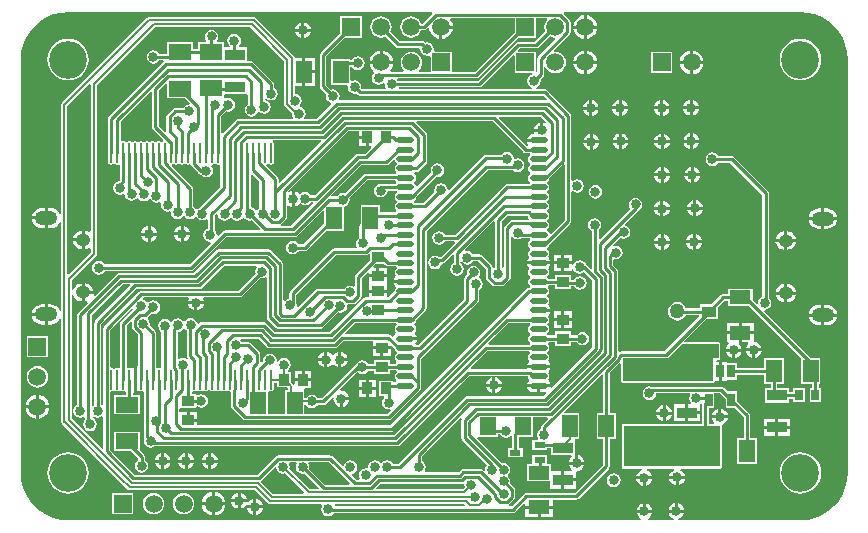
<source format=gbl>
G04 Layer_Physical_Order=4*
G04 Layer_Color=16711680*
%FSLAX44Y44*%
%MOMM*%
G71*
G01*
G75*
%ADD10C,1.2700*%
%ADD12R,0.6500X1.1000*%
%ADD13R,1.7000X0.9500*%
%ADD16R,1.0000X0.9000*%
%ADD18R,1.4000X1.5000*%
%ADD23R,0.9000X1.0000*%
%ADD25R,1.9000X1.3500*%
%ADD26R,1.8000X1.1500*%
%ADD29R,1.3500X1.9000*%
%ADD30R,3.5600X1.4000*%
%ADD31R,1.2200X0.9100*%
%ADD35C,0.2540*%
%ADD36C,0.2100*%
%ADD40C,1.5000*%
%ADD41R,1.5000X1.5000*%
%ADD42O,1.2500X1.0500*%
%ADD43O,1.9000X1.2250*%
%ADD44C,3.2000*%
%ADD45R,1.5000X1.5000*%
%ADD46C,0.8400*%
%ADD59R,0.7000X0.9000*%
%ADD60R,0.9500X0.5000*%
%ADD61O,1.5000X0.5500*%
%ADD62O,0.2500X1.7000*%
%ADD63R,8.1800X3.4700*%
G36*
X960466Y850657D02*
Y804305D01*
X948718Y792557D01*
X947340Y792975D01*
X947253Y793408D01*
X946314Y794814D01*
X945864Y795115D01*
Y796385D01*
X946314Y796686D01*
X947253Y798092D01*
X947583Y799750D01*
X947253Y801408D01*
X946314Y802814D01*
X945864Y803115D01*
Y804385D01*
X946314Y804686D01*
X947253Y806092D01*
X947583Y807750D01*
X947253Y809408D01*
X946314Y810814D01*
X945864Y811115D01*
Y812385D01*
X946314Y812686D01*
X947253Y814092D01*
X947583Y815750D01*
X947253Y817408D01*
X946314Y818814D01*
X945864Y819115D01*
Y820385D01*
X946314Y820686D01*
X947253Y822092D01*
X947583Y823750D01*
X947253Y825408D01*
X946314Y826814D01*
X945864Y827115D01*
Y828385D01*
X946314Y828686D01*
X947253Y830092D01*
X947583Y831750D01*
X947253Y833408D01*
X946314Y834814D01*
X945864Y835115D01*
Y836385D01*
X946314Y836686D01*
X947253Y838092D01*
X947505Y839356D01*
X959292Y851143D01*
X960466Y850657D01*
D02*
G37*
G36*
X558285Y919072D02*
X559075Y918602D01*
Y794515D01*
X557936Y793953D01*
X557804Y794054D01*
X555909Y794839D01*
X554145Y795072D01*
Y787250D01*
Y779428D01*
X555909Y779660D01*
X557804Y780445D01*
X557936Y780547D01*
X559075Y779985D01*
Y776548D01*
X540673Y758146D01*
X539500Y758632D01*
Y900823D01*
X557833Y919156D01*
X558285Y919072D01*
D02*
G37*
G36*
X666837Y808502D02*
X667131Y807026D01*
X668391Y805141D01*
X670276Y803881D01*
X672500Y803438D01*
X674724Y803881D01*
X676609Y805141D01*
X677115Y805897D01*
X678385D01*
X678891Y805141D01*
X680776Y803881D01*
X683000Y803438D01*
X685224Y803881D01*
X687109Y805141D01*
X687736Y806079D01*
X689264D01*
X689891Y805141D01*
X691776Y803881D01*
X694000Y803438D01*
X695516Y803740D01*
X702758Y796498D01*
X702272Y795324D01*
X672750D01*
X672750Y795324D01*
X671669Y795109D01*
X670753Y794497D01*
X670753Y794497D01*
X667166Y790910D01*
X666711Y791153D01*
X666045Y791585D01*
X665619Y793724D01*
X664360Y795610D01*
X664152Y795748D01*
Y807613D01*
X665459Y808921D01*
X666837Y808502D01*
D02*
G37*
G36*
X795750Y774989D02*
Y770244D01*
X783736Y758231D01*
X783124Y757314D01*
X782909Y756234D01*
X782909Y756234D01*
Y748372D01*
X781639Y747693D01*
X780988Y748129D01*
X778764Y748571D01*
X776540Y748129D01*
X774654Y746869D01*
X774130Y746084D01*
X751240D01*
X750159Y745869D01*
X749243Y745257D01*
X749203Y745197D01*
X734645Y730639D01*
X733475Y731265D01*
X733573Y731759D01*
X733130Y733983D01*
X733085Y734050D01*
Y740841D01*
X766700Y774456D01*
X792387D01*
X792387Y774456D01*
X793468Y774671D01*
X794384Y775283D01*
X794577Y775475D01*
X795750Y774989D01*
D02*
G37*
G36*
X699951Y764326D02*
X698881Y762724D01*
X698438Y760500D01*
X698740Y758984D01*
X684080Y744324D01*
X602143D01*
X601062Y744109D01*
X600146Y743497D01*
X600146Y743497D01*
X570733Y714084D01*
X570121Y713168D01*
X569906Y712087D01*
X569906Y712087D01*
Y647712D01*
X568792Y647152D01*
X567824Y647778D01*
Y715790D01*
X597920Y745886D01*
X651137D01*
X651137Y745886D01*
X652218Y746101D01*
X653134Y746713D01*
X672017Y765596D01*
X699505D01*
X699951Y764326D01*
D02*
G37*
G36*
X808753Y765753D02*
X808753Y765753D01*
X809669Y765141D01*
X810750Y764926D01*
X817526D01*
X817686Y764686D01*
X818136Y764385D01*
Y763115D01*
X817686Y762814D01*
X816747Y761408D01*
X816417Y759750D01*
X816747Y758092D01*
X817267Y757312D01*
X817095Y755670D01*
X816936Y755564D01*
X815767Y753814D01*
X815609Y753020D01*
X825500D01*
Y750480D01*
X815609D01*
X815767Y749686D01*
X816936Y747936D01*
X817095Y747830D01*
X817267Y746187D01*
X816747Y745408D01*
X816515Y744243D01*
X811060Y738788D01*
X809790Y738907D01*
Y742480D01*
X794710D01*
Y738704D01*
X791880D01*
X790799Y738489D01*
X789883Y737877D01*
X789883Y737877D01*
X761580Y709574D01*
X714670D01*
X707466Y716778D01*
X706549Y717391D01*
X705469Y717606D01*
X705469Y717606D01*
X653174D01*
X652093Y717391D01*
X651177Y716778D01*
X651177Y716778D01*
X650705Y716306D01*
X649327Y716724D01*
X649126Y717732D01*
X647867Y719617D01*
X645981Y720877D01*
X643757Y721320D01*
X641533Y720877D01*
X639647Y719617D01*
X638853Y718429D01*
X637329Y718424D01*
X636866Y719118D01*
X634981Y720377D01*
X632757Y720820D01*
X630532Y720377D01*
X628647Y719118D01*
X627978Y718116D01*
X626450D01*
X626115Y718617D01*
X624230Y719877D01*
X622006Y720320D01*
X619782Y719877D01*
X617896Y718617D01*
X616637Y716732D01*
X616194Y714508D01*
X616637Y712284D01*
X617896Y710399D01*
X618926Y709711D01*
Y679631D01*
X618067Y679015D01*
X617656Y678874D01*
X616750Y679054D01*
X615844Y678874D01*
X615433Y679015D01*
X614574Y679631D01*
Y708250D01*
X614359Y709331D01*
X613747Y710247D01*
X613747Y710247D01*
X609051Y714943D01*
X609358Y716490D01*
X608916Y718714D01*
X607656Y720599D01*
X607660Y722124D01*
X610360Y724824D01*
X612256Y724447D01*
X614479Y724890D01*
X616365Y726149D01*
X617625Y728035D01*
X618067Y730259D01*
X617625Y732483D01*
X616365Y734368D01*
X614479Y735628D01*
X612256Y736070D01*
X610031Y735628D01*
X608146Y734368D01*
X608098Y734296D01*
X606570D01*
X605859Y735359D01*
X603974Y736619D01*
X603785Y736657D01*
X603327Y737993D01*
X603874Y738676D01*
X641730D01*
X642262Y737406D01*
X641684Y736010D01*
X641619Y735520D01*
X654881D01*
X654817Y736010D01*
X654238Y737406D01*
X654770Y738676D01*
X685250D01*
X685250Y738676D01*
X686331Y738891D01*
X687247Y739503D01*
X702734Y754990D01*
X704250Y754688D01*
X706474Y755131D01*
X707126Y755566D01*
X708396Y754887D01*
Y721603D01*
X708396Y721603D01*
X708611Y720522D01*
X709223Y719606D01*
X715826Y713003D01*
X715826Y713003D01*
X716742Y712391D01*
X717823Y712176D01*
X753857D01*
X753857Y712176D01*
X754938Y712391D01*
X755854Y713003D01*
X768666Y725815D01*
X770513Y725447D01*
X772737Y725890D01*
X774623Y727149D01*
X775882Y729035D01*
X776325Y731259D01*
X776181Y731983D01*
X776986Y732965D01*
X781650D01*
X781651Y732965D01*
X782731Y733180D01*
X783648Y733792D01*
X787731Y737875D01*
X787731Y737875D01*
X788343Y738792D01*
X788558Y739872D01*
Y755064D01*
X793537Y760042D01*
X794710Y759557D01*
Y758020D01*
X800980D01*
Y763790D01*
X798943D01*
X798457Y764963D01*
X800244Y766750D01*
X807756D01*
X808753Y765753D01*
D02*
G37*
G36*
X901445Y802405D02*
Y764099D01*
X900778Y763684D01*
X900207Y763851D01*
X899474Y764302D01*
X899309Y765131D01*
X898697Y766047D01*
X890497Y774247D01*
X889581Y774859D01*
X888500Y775074D01*
X888500Y775074D01*
X882968D01*
X882110Y776359D01*
X880224Y777619D01*
X878000Y778062D01*
X876879Y777839D01*
X876253Y779009D01*
X900175Y802931D01*
X901445Y802405D01*
D02*
G37*
G36*
X929495Y807356D02*
X929747Y806092D01*
X930246Y805344D01*
X929567Y804074D01*
X916000D01*
X916000Y804074D01*
X914919Y803859D01*
X914003Y803247D01*
X909843Y799087D01*
X909230Y798170D01*
X909015Y797090D01*
X909016Y797090D01*
Y764371D01*
X907761Y763684D01*
X907094Y764099D01*
Y802850D01*
X911920Y807676D01*
X929175D01*
X929495Y807356D01*
D02*
G37*
G36*
X786210Y875270D02*
X793250D01*
Y874000D01*
X794520D01*
Y866460D01*
X796057D01*
X796543Y865287D01*
X791370Y860114D01*
X785077D01*
X785077Y860114D01*
X783996Y859899D01*
X783080Y859287D01*
X783080Y859287D01*
X748867Y825074D01*
X745718D01*
X744859Y826359D01*
X742974Y827619D01*
X740750Y828062D01*
X738526Y827619D01*
X736640Y826359D01*
X736067Y826341D01*
X735408Y826801D01*
X734018Y827867D01*
X732378Y828547D01*
X731889Y828611D01*
Y821980D01*
Y815349D01*
X732378Y815414D01*
X734018Y816093D01*
X735426Y817173D01*
X736180Y818156D01*
X736640Y818140D01*
X738526Y816881D01*
X740750Y816438D01*
X742974Y816881D01*
X744859Y818140D01*
X745718Y819426D01*
X747272D01*
X747758Y818252D01*
X728870Y799364D01*
X720921D01*
X720534Y800207D01*
X720486Y800634D01*
X724467Y804616D01*
X724467Y804616D01*
X725079Y805532D01*
X725294Y806613D01*
Y815969D01*
X726564Y816596D01*
X727220Y816093D01*
X728860Y815414D01*
X729349Y815349D01*
Y821980D01*
Y828611D01*
X728860Y828547D01*
X727220Y827867D01*
X726626Y827411D01*
X725787Y828368D01*
X776964Y879546D01*
X786210D01*
Y875270D01*
D02*
G37*
G36*
X610926Y912272D02*
Y882784D01*
X610926Y882784D01*
X611141Y881703D01*
X611753Y880787D01*
X620532Y872008D01*
X620213Y870530D01*
X619767Y870233D01*
X618733D01*
X617823Y870840D01*
X616750Y871054D01*
X615677Y870840D01*
X615108Y870460D01*
X614250Y870318D01*
X613392Y870460D01*
X612823Y870840D01*
X611750Y871054D01*
X610677Y870840D01*
X609767Y870233D01*
X608733D01*
X607823Y870840D01*
X606750Y871054D01*
X605677Y870840D01*
X605108Y870460D01*
X604250Y870318D01*
X603392Y870460D01*
X602823Y870840D01*
X601750Y871054D01*
X600677Y870840D01*
X600108Y870460D01*
X599250Y870318D01*
X598392Y870460D01*
X597823Y870840D01*
X596750Y871054D01*
X595677Y870840D01*
X594767Y870233D01*
X593733D01*
X592823Y870840D01*
X591750Y871054D01*
X590677Y870840D01*
X590108Y870460D01*
X589250Y870318D01*
X588392Y870460D01*
X587823Y870840D01*
X586750Y871054D01*
X585844Y870874D01*
X585433Y871015D01*
X584574Y871631D01*
Y887580D01*
X609752Y912758D01*
X610926Y912272D01*
D02*
G37*
G36*
X945059Y886947D02*
X944421Y885903D01*
X942781Y886583D01*
X942291Y886647D01*
Y880016D01*
X941021D01*
Y878746D01*
X934391D01*
X934434Y878414D01*
X934297Y877928D01*
X934190Y877767D01*
X933557Y877105D01*
X931686Y876733D01*
X929936Y875564D01*
X928767Y873814D01*
X928609Y873020D01*
X938500D01*
Y870480D01*
X928609D01*
X928767Y869686D01*
X929802Y868137D01*
X929545Y867304D01*
X929268Y866855D01*
X928492Y866752D01*
X904752Y890492D01*
X905238Y891666D01*
X940340D01*
X945059Y886947D01*
D02*
G37*
G36*
X754389Y870672D02*
X719498Y835781D01*
X718324Y836267D01*
Y838466D01*
X718324Y838466D01*
X718109Y839547D01*
X717497Y840463D01*
X717497Y840463D01*
X707968Y849992D01*
X708287Y851470D01*
X708733Y851767D01*
X709767D01*
X710677Y851160D01*
X711750Y850946D01*
X712823Y851160D01*
X713733Y851767D01*
X714340Y852677D01*
X714554Y853750D01*
Y868250D01*
X714340Y869323D01*
X713733Y870233D01*
X713219Y870576D01*
X713605Y871846D01*
X753903D01*
X754389Y870672D01*
D02*
G37*
G36*
X701926Y837080D02*
Y814218D01*
X700640Y813360D01*
X700139Y812608D01*
X698611D01*
X698109Y813360D01*
X696224Y814619D01*
X694574Y814947D01*
Y842635D01*
X695844Y843162D01*
X701926Y837080D01*
D02*
G37*
G36*
X816660Y854525D02*
X816747Y854092D01*
X817686Y852686D01*
X818136Y852385D01*
Y851115D01*
X817686Y850814D01*
X816747Y849408D01*
X816417Y847750D01*
X816747Y846092D01*
X817686Y844686D01*
X817823Y844594D01*
X817438Y843324D01*
X792000D01*
X790919Y843109D01*
X790003Y842497D01*
X790003Y842497D01*
X774279Y826773D01*
X772763Y827075D01*
X770539Y826633D01*
X768654Y825373D01*
X767795Y824088D01*
X763241D01*
X762755Y825261D01*
X787920Y850426D01*
X809595D01*
X809595Y850426D01*
X810676Y850641D01*
X811592Y851253D01*
X815282Y854943D01*
X816660Y854525D01*
D02*
G37*
G36*
X635677Y851160D02*
X636750Y850946D01*
X637823Y851160D01*
X638392Y851540D01*
X639250Y851682D01*
X640108Y851540D01*
X640677Y851160D01*
X641750Y850946D01*
X642798Y851155D01*
X642823Y851160D01*
X644124Y850502D01*
X644141Y850419D01*
X644753Y849503D01*
X650253Y844003D01*
X650253Y844003D01*
X651169Y843391D01*
X651998Y843226D01*
X652890Y841890D01*
X654776Y840631D01*
X657000Y840188D01*
X659224Y840631D01*
X661109Y841890D01*
X662369Y843776D01*
X662812Y846000D01*
X662369Y848224D01*
X661364Y849728D01*
X661550Y850313D01*
X661898Y850943D01*
X661937Y850983D01*
X662823Y851160D01*
X663392Y851540D01*
X664250Y851682D01*
X665108Y851540D01*
X665677Y851160D01*
X666750Y850946D01*
X667656Y851126D01*
X668067Y850985D01*
X668926Y850369D01*
Y832420D01*
X651094Y814588D01*
X649648Y813622D01*
X649597Y813546D01*
X648070D01*
X647359Y814609D01*
X646074Y815468D01*
Y830641D01*
X646074Y830641D01*
X645859Y831722D01*
X645247Y832638D01*
X645247Y832638D01*
X627906Y849980D01*
X628242Y851440D01*
X628392Y851540D01*
X629250Y851682D01*
X630108Y851540D01*
X630677Y851160D01*
X631750Y850946D01*
X632823Y851160D01*
X633733Y851767D01*
X634767D01*
X635677Y851160D01*
D02*
G37*
G36*
X817686Y716686D02*
X818136Y716385D01*
Y715115D01*
X817686Y714814D01*
X816747Y713408D01*
X816417Y711750D01*
X816747Y710092D01*
X817267Y709313D01*
X817095Y707670D01*
X816936Y707564D01*
X815767Y705814D01*
X815728Y705616D01*
X814512Y705248D01*
X813263Y706497D01*
X812347Y707109D01*
X811266Y707324D01*
X811266Y707324D01*
X774730D01*
X774244Y708498D01*
X782672Y716926D01*
X817526D01*
X817686Y716686D01*
D02*
G37*
G36*
X875264Y580541D02*
X875589Y580167D01*
X875457Y579501D01*
X875811Y577721D01*
X874140Y576050D01*
X801036D01*
X800550Y577223D01*
X804253Y580926D01*
X805389D01*
X805440Y580916D01*
X814560D01*
X814560Y580916D01*
X814611Y580926D01*
X832417D01*
X832456Y580918D01*
X832456Y580918D01*
X873668D01*
X873669Y580918D01*
X874476Y581078D01*
X875264Y580541D01*
D02*
G37*
G36*
X873180Y635640D02*
X873141Y635581D01*
X872926Y634500D01*
X872926Y634500D01*
Y619750D01*
X872926Y619750D01*
X873141Y618669D01*
X873753Y617753D01*
X894641Y596865D01*
X894641Y596859D01*
X893381Y594974D01*
X892938Y592750D01*
X892975Y592565D01*
X891805Y591940D01*
X891236Y592509D01*
X890319Y593121D01*
X889239Y593336D01*
X889238Y593336D01*
X874724D01*
X873644Y593121D01*
X872727Y592509D01*
X870825Y590606D01*
X842629D01*
X841950Y591876D01*
X842386Y592528D01*
X842828Y594752D01*
X842386Y596976D01*
X841126Y598862D01*
X839841Y599720D01*
Y604097D01*
X872194Y636450D01*
X873180Y635640D01*
D02*
G37*
G36*
X992926Y672919D02*
Y640500D01*
X987500D01*
Y618500D01*
X992926D01*
Y596762D01*
X969238Y573074D01*
X928106D01*
X928106Y573074D01*
X927025Y572859D01*
X926109Y572247D01*
X926109Y572247D01*
X915686Y561824D01*
X913220D01*
X912978Y563094D01*
X913634Y563533D01*
X917717Y567616D01*
X917717Y567616D01*
X918329Y568532D01*
X918544Y569613D01*
Y575780D01*
X918329Y576861D01*
X917717Y577777D01*
X917717Y577777D01*
X914260Y581234D01*
X914562Y582750D01*
X914119Y584974D01*
X912859Y586860D01*
X912477Y587115D01*
Y588385D01*
X912859Y588641D01*
X914119Y590526D01*
X914562Y592750D01*
X914119Y594974D01*
X912859Y596860D01*
X910974Y598119D01*
X908750Y598562D01*
X907234Y598260D01*
X885921Y619574D01*
X886790Y620500D01*
X903750D01*
Y622676D01*
X905782D01*
X906640Y621390D01*
X908526Y620131D01*
X910750Y619688D01*
X912974Y620131D01*
X914656Y621254D01*
X915926Y620874D01*
Y611250D01*
X912500D01*
Y603250D01*
X925000D01*
Y611250D01*
X921574D01*
Y620500D01*
X933750D01*
Y637136D01*
X942423D01*
X942423Y637136D01*
X945836D01*
X946322Y635962D01*
X941024Y630665D01*
X940412Y629749D01*
X940197Y628668D01*
X940197Y628668D01*
Y626972D01*
X938912Y626113D01*
X937652Y624227D01*
X937210Y622004D01*
X937652Y619780D01*
X938160Y619020D01*
X937481Y617750D01*
X933000D01*
Y609750D01*
X945500D01*
Y610926D01*
X949001D01*
Y604749D01*
X965812D01*
X966243Y603479D01*
X965693Y603057D01*
X964613Y601649D01*
X963933Y600009D01*
X963869Y599520D01*
X969230D01*
Y605613D01*
X969001Y605814D01*
Y617249D01*
X969001Y617249D01*
X969001D01*
X969047Y618500D01*
X973000D01*
Y640500D01*
X960507D01*
X960021Y641673D01*
X991752Y673405D01*
X992926Y672919D01*
D02*
G37*
G36*
X778659Y581240D02*
X778173Y580066D01*
X757442D01*
X744022Y593486D01*
X744323Y595002D01*
X743881Y597226D01*
X743446Y597878D01*
X744124Y599148D01*
X760751D01*
X778659Y581240D01*
D02*
G37*
G36*
X876010Y563094D02*
X875389Y561824D01*
X765941D01*
X765624Y562352D01*
X766344Y563622D01*
X801139D01*
X801281Y563650D01*
X875578D01*
X876010Y563094D01*
D02*
G37*
G36*
X716272Y594578D02*
X716631Y592776D01*
X717890Y590891D01*
X719776Y589631D01*
X722000Y589188D01*
X723781Y589543D01*
X739728Y573595D01*
X739242Y572422D01*
X713502D01*
X703472Y582452D01*
X703553Y583277D01*
X703809Y583911D01*
X715015Y595116D01*
X716272Y594578D01*
D02*
G37*
G36*
X733578Y597878D02*
X733142Y597226D01*
X732700Y595002D01*
X733142Y592778D01*
X734402Y590893D01*
X736288Y589633D01*
X738512Y589190D01*
X740028Y589492D01*
X752325Y577195D01*
X751839Y576022D01*
X744655D01*
X727457Y593219D01*
X727812Y595000D01*
X727369Y597224D01*
X726932Y597878D01*
X727611Y599148D01*
X732899D01*
X733578Y597878D01*
D02*
G37*
G36*
X592798Y748753D02*
X563003Y718958D01*
X562391Y718041D01*
X562176Y716960D01*
X562176Y716960D01*
Y647689D01*
X561125Y646997D01*
X560044Y647510D01*
Y723837D01*
X586134Y749926D01*
X592312D01*
X592798Y748753D01*
D02*
G37*
G36*
X708156Y696673D02*
X708156Y696673D01*
X709072Y696061D01*
X710153Y695846D01*
X766097D01*
X766097Y695846D01*
X767178Y696061D01*
X768094Y696673D01*
X773097Y701676D01*
X798210D01*
Y697020D01*
X813767D01*
X814463Y697308D01*
X816515Y695257D01*
X816747Y694092D01*
X817686Y692686D01*
X818136Y692385D01*
Y691115D01*
X817686Y690814D01*
X816747Y689408D01*
X816417Y687750D01*
X816747Y686092D01*
X817686Y684686D01*
X817696Y684679D01*
X817793Y683257D01*
X817090Y682574D01*
X812250D01*
Y685750D01*
X799250D01*
Y682324D01*
X794218D01*
X793359Y683609D01*
X791474Y684869D01*
X789250Y685312D01*
X787026Y684869D01*
X785141Y683609D01*
X784108Y682065D01*
X783259Y681497D01*
X755086Y653324D01*
X751218D01*
X750359Y654610D01*
X748474Y655869D01*
X746250Y656312D01*
X744026Y655869D01*
X742141Y654610D01*
X741270Y653307D01*
X740000Y653424D01*
Y660190D01*
X740000Y660500D01*
X740748Y661460D01*
X746040D01*
Y667730D01*
X731960D01*
Y664941D01*
X730690Y664562D01*
X730338Y665088D01*
X729000Y666427D01*
Y675500D01*
X726316D01*
X725931Y676770D01*
X726860Y677391D01*
X728119Y679276D01*
X728562Y681500D01*
X728119Y683724D01*
X726860Y685609D01*
X724974Y686869D01*
X722750Y687312D01*
X720526Y686869D01*
X718641Y685609D01*
X717639Y684110D01*
X716442Y684606D01*
X716572Y685257D01*
X716130Y687481D01*
X714870Y689366D01*
X712984Y690626D01*
X710760Y691068D01*
X708536Y690626D01*
X706651Y689366D01*
X705391Y687481D01*
X704949Y685257D01*
X705087Y684559D01*
X704174Y683645D01*
X702904Y684172D01*
Y690454D01*
X702904Y690454D01*
X702689Y691535D01*
X702076Y692451D01*
X694273Y700254D01*
X693357Y700866D01*
X692276Y701081D01*
X692276Y701081D01*
X686727D01*
X685868Y702367D01*
X685810Y702406D01*
X686195Y703676D01*
X701153D01*
X708156Y696673D01*
D02*
G37*
G36*
X639647Y711399D02*
X640473Y710847D01*
Y689326D01*
X640473Y689326D01*
X640688Y688245D01*
X641301Y687329D01*
X640357Y686540D01*
X639481Y687126D01*
X637257Y687568D01*
X635033Y687126D01*
X634031Y686456D01*
X632761Y687135D01*
Y709197D01*
X634981Y709639D01*
X636866Y710899D01*
X637660Y712087D01*
X639184Y712092D01*
X639647Y711399D01*
D02*
G37*
G36*
X930686Y716686D02*
X931136Y716385D01*
Y715115D01*
X930686Y714814D01*
X929747Y713408D01*
X929417Y711750D01*
X929747Y710092D01*
X930686Y708686D01*
X931136Y708385D01*
Y707115D01*
X930686Y706814D01*
X929747Y705408D01*
X929417Y703750D01*
X929747Y702092D01*
X930686Y700686D01*
X930696Y700679D01*
X930792Y699257D01*
X930090Y698574D01*
X896301D01*
X895815Y699748D01*
X912993Y716926D01*
X930526D01*
X930686Y716686D01*
D02*
G37*
G36*
X595251Y728818D02*
X595265Y728760D01*
X584753Y718247D01*
X584141Y717331D01*
X583926Y716250D01*
X583926Y716250D01*
Y679631D01*
X583067Y679015D01*
X582656Y678874D01*
X581750Y679054D01*
X580677Y678840D01*
X580108Y678460D01*
X579250Y678318D01*
X578392Y678460D01*
X577823Y678840D01*
X576750Y679054D01*
X575554Y680111D01*
Y710917D01*
X593844Y729207D01*
X595251Y728818D01*
D02*
G37*
G36*
X717000Y662500D02*
X725573D01*
X725900Y662173D01*
Y660500D01*
X723500D01*
Y640054D01*
X709000D01*
Y658804D01*
X710270Y659432D01*
X710677Y659160D01*
X711750Y658946D01*
X712823Y659160D01*
X713733Y659767D01*
X714340Y660677D01*
X714554Y661750D01*
Y666400D01*
X717000D01*
Y662500D01*
D02*
G37*
G36*
X1090700Y687250D02*
X1086000D01*
X1086000Y667950D01*
X1009600D01*
Y687250D01*
X1048250D01*
X1060000Y699000D01*
X1090700D01*
Y687250D01*
D02*
G37*
G36*
X817686Y676686D02*
X818136Y676385D01*
Y675115D01*
X817686Y674814D01*
X816747Y673408D01*
X816417Y671750D01*
X816747Y670092D01*
X817686Y668686D01*
X817696Y668679D01*
X817793Y667257D01*
X817090Y666574D01*
X815250D01*
Y668000D01*
X803250D01*
Y655000D01*
X807186D01*
X807571Y653730D01*
X807391Y653609D01*
X806131Y651724D01*
X805688Y649500D01*
X806131Y647276D01*
X807391Y645390D01*
X809276Y644131D01*
X811500Y643688D01*
X812380Y643863D01*
X813005Y642693D01*
X810367Y640054D01*
X740000D01*
Y647576D01*
X741270Y647693D01*
X742141Y646391D01*
X744026Y645131D01*
X746250Y644688D01*
X748474Y645131D01*
X750359Y646391D01*
X751218Y647676D01*
X756256D01*
X756256Y647676D01*
X757337Y647891D01*
X758253Y648503D01*
X763560Y653811D01*
X764763Y653217D01*
X764702Y652750D01*
X764933Y650991D01*
X765613Y649351D01*
X766693Y647943D01*
X768101Y646863D01*
X769741Y646183D01*
X770230Y646119D01*
Y652750D01*
X771500D01*
Y654020D01*
X778131D01*
X778066Y654510D01*
X777387Y656149D01*
X776307Y657557D01*
X774899Y658637D01*
X773260Y659316D01*
X771500Y659548D01*
X771033Y659487D01*
X770440Y660689D01*
X785141Y675390D01*
X787026Y674131D01*
X789250Y673688D01*
X791474Y674131D01*
X793359Y675390D01*
X794218Y676676D01*
X799250D01*
Y673750D01*
X812250D01*
Y676926D01*
X817526D01*
X817686Y676686D01*
D02*
G37*
G36*
X722900Y938673D02*
Y902233D01*
X723098Y901238D01*
X723662Y900394D01*
X729499Y894557D01*
X729438Y894250D01*
X729881Y892026D01*
X730644Y890884D01*
X729965Y889614D01*
X684071D01*
X684071Y889614D01*
X682990Y889399D01*
X682074Y888787D01*
X670844Y877558D01*
X669574Y878084D01*
Y892124D01*
X673780Y896330D01*
X675750Y895938D01*
X677974Y896381D01*
X679859Y897641D01*
X681119Y899526D01*
X681562Y901750D01*
X681119Y903974D01*
X679859Y905860D01*
X677974Y907119D01*
X675750Y907562D01*
X673526Y907119D01*
X673443Y907064D01*
X672250Y907794D01*
Y909852D01*
X673148Y910750D01*
X691500D01*
X692426Y909919D01*
Y902479D01*
X691150Y901626D01*
X689890Y899741D01*
X689448Y897517D01*
X689890Y895293D01*
X691150Y893408D01*
X693036Y892148D01*
X695259Y891705D01*
X697484Y892148D01*
X699369Y893408D01*
X700629Y895293D01*
X700648Y895388D01*
X701981Y895580D01*
X703776Y894381D01*
X706000Y893938D01*
X708224Y894381D01*
X710109Y895640D01*
X711369Y897526D01*
X711812Y899750D01*
X711369Y901974D01*
X710109Y903859D01*
X708224Y905119D01*
X706324Y905497D01*
Y906775D01*
X707594Y907160D01*
X707641Y907091D01*
X709526Y905831D01*
X711750Y905388D01*
X713974Y905831D01*
X715860Y907091D01*
X717119Y908976D01*
X717562Y911200D01*
X717119Y913424D01*
X715860Y915310D01*
X714574Y916168D01*
Y919062D01*
X714359Y920143D01*
X713747Y921059D01*
X713747Y921059D01*
X696929Y937877D01*
X696013Y938489D01*
X694932Y938704D01*
X694932Y938704D01*
X691500D01*
Y950250D01*
X684690D01*
X684305Y951520D01*
X684859Y951890D01*
X686119Y953776D01*
X686562Y956000D01*
X686119Y958224D01*
X684859Y960109D01*
X682974Y961369D01*
X680750Y961812D01*
X678526Y961369D01*
X676640Y960109D01*
X675381Y958224D01*
X674938Y956000D01*
X675381Y953776D01*
X676640Y951890D01*
X677195Y951520D01*
X676810Y950250D01*
X672250D01*
Y954750D01*
X666709D01*
X666030Y956020D01*
X666869Y957276D01*
X667312Y959500D01*
X666869Y961724D01*
X665610Y963609D01*
X663724Y964869D01*
X661500Y965312D01*
X659276Y964869D01*
X657391Y963609D01*
X656131Y961724D01*
X655688Y959500D01*
X656131Y957276D01*
X656970Y956020D01*
X656291Y954750D01*
X650250D01*
Y949074D01*
X646000D01*
Y954500D01*
X624000D01*
Y945074D01*
X617218D01*
X616359Y946359D01*
X614474Y947619D01*
X612250Y948062D01*
X610026Y947619D01*
X608140Y946359D01*
X606881Y944474D01*
X606438Y942250D01*
X606881Y940026D01*
X608140Y938140D01*
X610026Y936881D01*
X612250Y936438D01*
X614474Y936881D01*
X616359Y938140D01*
X617218Y939426D01*
X620665D01*
X621050Y938156D01*
X620633Y937877D01*
X574753Y891997D01*
X574141Y891081D01*
X573926Y890000D01*
X573926Y890000D01*
Y861000D01*
X573946Y860897D01*
Y853750D01*
X574160Y852677D01*
X574767Y851767D01*
X575677Y851160D01*
X576750Y850946D01*
X577823Y851160D01*
X578392Y851540D01*
X579250Y851682D01*
X580108Y851540D01*
X580677Y851160D01*
X581750Y850946D01*
X582656Y851126D01*
X583067Y850985D01*
X583926Y850369D01*
Y837920D01*
X582852Y836846D01*
X581780Y836633D01*
X579895Y835373D01*
X578635Y833488D01*
X578192Y831264D01*
X578635Y829040D01*
X579895Y827154D01*
X581780Y825894D01*
X584004Y825452D01*
X586228Y825894D01*
X586700Y826210D01*
X586995Y826160D01*
X588024Y825567D01*
X588381Y823776D01*
X589641Y821890D01*
X591526Y820631D01*
X593750Y820188D01*
X595974Y820631D01*
X597859Y821890D01*
X598282Y822522D01*
X599552D01*
X600140Y821640D01*
X602026Y820381D01*
X604250Y819938D01*
X606474Y820381D01*
X608359Y821640D01*
X609846Y821580D01*
X610640Y820390D01*
X612526Y819131D01*
X614750Y818688D01*
X616974Y819131D01*
X617756Y819653D01*
X618800Y818824D01*
X618438Y816999D01*
X618880Y814775D01*
X620140Y812890D01*
X622025Y811630D01*
X624249Y811188D01*
X625843Y811505D01*
X626945Y810534D01*
X626938Y810500D01*
X627381Y808276D01*
X628641Y806391D01*
X630526Y805131D01*
X632750Y804688D01*
X634974Y805131D01*
X636860Y806391D01*
X637365Y807147D01*
X638635D01*
X639141Y806391D01*
X641026Y805131D01*
X643250Y804688D01*
X645474Y805131D01*
X647359Y806391D01*
X647410Y806466D01*
X648938D01*
X649648Y805403D01*
X651534Y804143D01*
X653757Y803701D01*
X655982Y804143D01*
X657233Y804980D01*
X658503Y804301D01*
Y796964D01*
X658026Y796869D01*
X656141Y795610D01*
X654881Y793724D01*
X654438Y791500D01*
X654881Y789276D01*
X656141Y787391D01*
X658026Y786131D01*
X660165Y785705D01*
X660597Y785039D01*
X660840Y784584D01*
X642811Y766555D01*
X570991D01*
X570113Y767870D01*
X568227Y769130D01*
X566003Y769572D01*
X563779Y769130D01*
X561894Y767870D01*
X560634Y765984D01*
X560192Y763760D01*
X560634Y761536D01*
X561894Y759651D01*
X563779Y758391D01*
X566003Y757949D01*
X568227Y758391D01*
X570113Y759651D01*
X570951Y760906D01*
X643980D01*
X643981Y760906D01*
X645061Y761121D01*
X645978Y761734D01*
X673920Y789676D01*
X731750D01*
X731750Y789676D01*
X732831Y789891D01*
X733747Y790503D01*
X755577Y812333D01*
X756750Y811846D01*
Y801244D01*
X739080Y783574D01*
X735218D01*
X734360Y784859D01*
X732474Y786119D01*
X730250Y786562D01*
X728026Y786119D01*
X726141Y784859D01*
X724881Y782974D01*
X724438Y780750D01*
X724881Y778526D01*
X726141Y776640D01*
X728026Y775381D01*
X730250Y774938D01*
X732474Y775381D01*
X734360Y776640D01*
X735218Y777926D01*
X740250D01*
X740250Y777926D01*
X741331Y778141D01*
X742247Y778753D01*
X757994Y794500D01*
X773250D01*
Y815548D01*
X774987Y815894D01*
X776873Y817154D01*
X778133Y819039D01*
X778575Y821263D01*
X778273Y822779D01*
X793170Y837676D01*
X817025D01*
X817686Y836686D01*
X817696Y836679D01*
X817793Y835257D01*
X817090Y834574D01*
X806027D01*
X804765Y834825D01*
X802541Y834383D01*
X800655Y833123D01*
X799396Y831238D01*
X798953Y829014D01*
X799396Y826790D01*
X800655Y824904D01*
X802541Y823644D01*
X804765Y823202D01*
X806989Y823644D01*
X808874Y824904D01*
X810134Y826790D01*
X810559Y828926D01*
X817526D01*
X817686Y828686D01*
X818136Y828385D01*
Y827115D01*
X817686Y826814D01*
X816747Y825408D01*
X816417Y823750D01*
X816747Y822092D01*
X817686Y820686D01*
X818136Y820385D01*
Y819115D01*
X817686Y818814D01*
X816747Y817408D01*
X816417Y815750D01*
X816747Y814092D01*
X817686Y812686D01*
X817696Y812679D01*
X817793Y811257D01*
X817090Y810574D01*
X804250D01*
Y816500D01*
X787750D01*
Y801244D01*
X787503Y800997D01*
X786891Y800081D01*
X786676Y799000D01*
X786676Y799000D01*
Y789218D01*
X785390Y788360D01*
X784131Y786474D01*
X783688Y784250D01*
X784131Y782026D01*
X784566Y781374D01*
X783887Y780104D01*
X765530D01*
X765530Y780104D01*
X764449Y779889D01*
X763533Y779277D01*
X728378Y744122D01*
X728332Y744054D01*
X728264Y744008D01*
X727652Y743092D01*
X727437Y742011D01*
Y737506D01*
X725537Y737128D01*
X723652Y735868D01*
X723594Y735782D01*
X722324Y736168D01*
Y766534D01*
X722109Y767615D01*
X721497Y768531D01*
X721497Y768531D01*
X711531Y778497D01*
X710615Y779109D01*
X709534Y779324D01*
X709534Y779324D01*
X667500D01*
X666419Y779109D01*
X665503Y778497D01*
X665503Y778497D01*
X646620Y759615D01*
X583290D01*
X582210Y759400D01*
X581293Y758788D01*
X562568Y740062D01*
X561543Y740670D01*
X561470Y740760D01*
X561565Y741480D01*
X554145D01*
Y734928D01*
X555864Y735155D01*
X555955Y735082D01*
X556563Y734057D01*
X548253Y725747D01*
X547641Y724831D01*
X547426Y723750D01*
X547426Y723750D01*
Y647468D01*
X546141Y646609D01*
X544881Y644724D01*
X544438Y642500D01*
X544881Y640276D01*
X546141Y638391D01*
X548026Y637131D01*
X550250Y636688D01*
X552474Y637131D01*
X553126Y637566D01*
X554396Y636887D01*
Y635363D01*
X554390Y635359D01*
X553131Y633474D01*
X552688Y631250D01*
X553131Y629026D01*
X554390Y627141D01*
X556276Y625881D01*
X558500Y625438D01*
X560724Y625881D01*
X562609Y627141D01*
X563869Y629026D01*
X564312Y631250D01*
X563869Y633474D01*
X562609Y635359D01*
X560870Y636522D01*
X560812Y636916D01*
X561273Y637344D01*
X562080Y637596D01*
X562776Y637131D01*
X565000Y636688D01*
X567224Y637131D01*
X568636Y638074D01*
X569906Y637470D01*
Y611028D01*
X568732Y610542D01*
X543100Y636175D01*
Y740423D01*
X544286Y740716D01*
X545070Y738821D01*
X546319Y737194D01*
X547946Y735946D01*
X549841Y735161D01*
X551605Y734928D01*
Y742750D01*
Y750572D01*
X549841Y750340D01*
X547946Y749555D01*
X546319Y748306D01*
X545070Y746679D01*
X544286Y744784D01*
X543100Y745077D01*
Y753219D01*
X563513Y773633D01*
X564077Y774476D01*
X564275Y775471D01*
Y917848D01*
X613577Y967150D01*
X694423D01*
X722900Y938673D01*
D02*
G37*
G36*
X624000Y919612D02*
Y907000D01*
X634626D01*
X635000Y906926D01*
X635374Y907000D01*
X639256D01*
X643311Y902945D01*
X642685Y901775D01*
X642500Y901812D01*
X640276Y901369D01*
X638391Y900109D01*
X637532Y898824D01*
X630893D01*
X629812Y898609D01*
X628896Y897997D01*
X628896Y897997D01*
X623933Y893034D01*
X623321Y892118D01*
X623106Y891037D01*
X623106Y891037D01*
Y879218D01*
X622867Y879016D01*
X621909Y878618D01*
X616574Y883953D01*
Y913846D01*
X622827Y920098D01*
X624000Y919612D01*
D02*
G37*
G36*
X947861Y959639D02*
X950051Y958732D01*
X952096Y958462D01*
X952724Y957295D01*
X938097Y942667D01*
X937485Y941751D01*
X937270Y940670D01*
X937270Y940670D01*
Y929889D01*
X937120Y929789D01*
X936000Y930387D01*
Y946500D01*
X921113D01*
X920627Y947673D01*
X922380Y949426D01*
X936400D01*
X936400Y949426D01*
X937481Y949641D01*
X938397Y950253D01*
X947817Y959673D01*
X947861Y959639D01*
D02*
G37*
G36*
X1166277Y979630D02*
X1172399Y978160D01*
X1178216Y975751D01*
X1183584Y972461D01*
X1188372Y968372D01*
X1192461Y963584D01*
X1195751Y958216D01*
X1198160Y952399D01*
X1199630Y946277D01*
X1200114Y940123D01*
X1200000Y940000D01*
X1200000D01*
X1200124Y590000D01*
X1199630Y583723D01*
X1198160Y577601D01*
X1195751Y571784D01*
X1192461Y566416D01*
X1188372Y561628D01*
X1183584Y557539D01*
X1178216Y554249D01*
X1172399Y551840D01*
X1166277Y550370D01*
X1160123Y549886D01*
X1160000Y550000D01*
Y550000D01*
X1057075Y549980D01*
X1056779Y551163D01*
X1058419Y551843D01*
X1059827Y552923D01*
X1060907Y554331D01*
X1061587Y555970D01*
X1061651Y556460D01*
X1048389D01*
X1048454Y555970D01*
X1049133Y554331D01*
X1050213Y552923D01*
X1051621Y551843D01*
X1053260Y551163D01*
X1052966Y549979D01*
X1030899Y549974D01*
X1030646Y551244D01*
X1031439Y551573D01*
X1032847Y552653D01*
X1033927Y554061D01*
X1034606Y555700D01*
X1034671Y556190D01*
X1021409D01*
X1021473Y555700D01*
X1022153Y554061D01*
X1023233Y552653D01*
X1024641Y551573D01*
X1025436Y551243D01*
X1025184Y549973D01*
X540000Y549876D01*
X533723Y550370D01*
X527601Y551840D01*
X521784Y554249D01*
X516416Y557539D01*
X511628Y561628D01*
X507539Y566416D01*
X504249Y571784D01*
X501840Y577601D01*
X500370Y583723D01*
X499886Y589877D01*
X500000Y590000D01*
X500000D01*
X499876Y940000D01*
X500370Y946277D01*
X501840Y952399D01*
X504249Y958216D01*
X507539Y963584D01*
X511628Y968372D01*
X516416Y972461D01*
X521784Y975751D01*
X527601Y978160D01*
X533723Y979630D01*
X539877Y980114D01*
X540000Y980000D01*
Y980000D01*
X847947Y980061D01*
X848473Y978792D01*
X840045Y970363D01*
X838804Y970488D01*
X838161Y972039D01*
X836719Y973919D01*
X834839Y975361D01*
X832650Y976268D01*
X830300Y976578D01*
X827951Y976268D01*
X825761Y975361D01*
X823881Y973919D01*
X822439Y972039D01*
X821532Y969849D01*
X821222Y967500D01*
X821532Y965151D01*
X822439Y962961D01*
X823881Y961081D01*
X825761Y959639D01*
X827951Y958732D01*
X830300Y958422D01*
X832650Y958732D01*
X834839Y959639D01*
X836719Y961081D01*
X838161Y962961D01*
X838872Y964676D01*
X841176D01*
X841176Y964676D01*
X842257Y964891D01*
X843173Y965503D01*
X844395Y966724D01*
X845735Y966269D01*
X845918Y964879D01*
X846930Y962437D01*
X848539Y960339D01*
X850637Y958730D01*
X853079Y957718D01*
X854430Y957541D01*
Y967500D01*
X855700D01*
Y968770D01*
X865659D01*
X865482Y970121D01*
X864470Y972563D01*
X863616Y973676D01*
X864243Y974946D01*
X918000D01*
Y963244D01*
X884550Y929794D01*
X865000D01*
Y946500D01*
X850672D01*
X849630Y947770D01*
X849828Y948770D01*
X849386Y950993D01*
X848126Y952879D01*
X846241Y954139D01*
X844017Y954581D01*
X842501Y954279D01*
X842033Y954747D01*
X841117Y955359D01*
X840036Y955574D01*
X840036Y955574D01*
X820820D01*
X812958Y963436D01*
X813668Y965151D01*
X813978Y967500D01*
X813668Y969849D01*
X812761Y972039D01*
X811319Y973919D01*
X809439Y975361D01*
X807250Y976268D01*
X804900Y976578D01*
X802551Y976268D01*
X800361Y975361D01*
X798481Y973919D01*
X797038Y972039D01*
X796132Y969849D01*
X795822Y967500D01*
X796132Y965151D01*
X797038Y962961D01*
X798481Y961081D01*
X800361Y959639D01*
X802551Y958732D01*
X804900Y958422D01*
X807250Y958732D01*
X808964Y959442D01*
X817653Y950753D01*
X817653Y950753D01*
X818569Y950141D01*
X819650Y949926D01*
X819650Y949926D01*
X837434D01*
X838240Y948944D01*
X838205Y948770D01*
X838648Y946545D01*
X839907Y944660D01*
X841793Y943400D01*
X844017Y942958D01*
X845730Y943299D01*
X847000Y942496D01*
Y929794D01*
X837317D01*
X836909Y930997D01*
X837019Y931081D01*
X838461Y932961D01*
X839368Y935151D01*
X839678Y937500D01*
X839368Y939849D01*
X838461Y942039D01*
X837019Y943919D01*
X835139Y945361D01*
X832950Y946268D01*
X830600Y946578D01*
X828251Y946268D01*
X826061Y945361D01*
X824181Y943919D01*
X822738Y942039D01*
X821832Y939849D01*
X821522Y937500D01*
X821832Y935151D01*
X822738Y932961D01*
X824181Y931081D01*
X824291Y930997D01*
X823883Y929794D01*
X813543D01*
X812917Y931064D01*
X813970Y932437D01*
X814982Y934879D01*
X815159Y936230D01*
X795241D01*
X795418Y934879D01*
X796430Y932437D01*
X798039Y930339D01*
X799015Y929591D01*
X798976Y928409D01*
X797717Y926524D01*
X797274Y924300D01*
X797717Y922076D01*
X798976Y920191D01*
X800862Y918931D01*
X803086Y918488D01*
X805310Y918931D01*
X807076Y920111D01*
X807525Y919968D01*
X808246Y919482D01*
X808204Y919268D01*
X808646Y917044D01*
X809174Y916254D01*
X808495Y914984D01*
X789268D01*
X788242Y916204D01*
X788362Y916804D01*
X787919Y919028D01*
X786659Y920914D01*
X784774Y922173D01*
X782550Y922616D01*
X780326Y922173D01*
X780120Y922036D01*
X779000Y922635D01*
Y933926D01*
X780282D01*
X781141Y932641D01*
X783026Y931381D01*
X785250Y930938D01*
X787474Y931381D01*
X789360Y932641D01*
X790619Y934526D01*
X791062Y936750D01*
X790619Y938974D01*
X789360Y940860D01*
X787474Y942119D01*
X785250Y942562D01*
X783026Y942119D01*
X781141Y940860D01*
X780282Y939574D01*
X779000D01*
Y940500D01*
X762500D01*
Y918500D01*
X776075D01*
X776880Y917518D01*
X776738Y916804D01*
X777181Y914580D01*
X778440Y912695D01*
X780326Y911435D01*
X782550Y910993D01*
X784066Y911294D01*
X785197Y910163D01*
X785197Y910163D01*
X786113Y909551D01*
X787194Y909336D01*
X787194Y909336D01*
X942356D01*
X945124Y906568D01*
X944638Y905394D01*
X769793D01*
X769194Y906514D01*
X769369Y906776D01*
X769812Y909000D01*
X769369Y911224D01*
X768110Y913110D01*
X766224Y914369D01*
X764000Y914812D01*
X762484Y914510D01*
X758574Y918420D01*
Y942580D01*
X774494Y958500D01*
X788500D01*
Y976500D01*
X770500D01*
Y962494D01*
X753753Y945747D01*
X753141Y944831D01*
X752926Y943750D01*
X752926Y943750D01*
Y917250D01*
X752926Y917250D01*
X753141Y916169D01*
X753753Y915253D01*
X758490Y910516D01*
X758188Y909000D01*
X758631Y906776D01*
X759891Y904891D01*
X761776Y903631D01*
X762545Y903478D01*
X762963Y902100D01*
X750477Y889614D01*
X740535D01*
X739856Y890884D01*
X740619Y892026D01*
X741062Y894250D01*
X740619Y896474D01*
X739360Y898360D01*
X737474Y899619D01*
X736899Y899734D01*
X736673Y900237D01*
X736504Y901107D01*
X737631Y902793D01*
X738073Y905017D01*
X737631Y907241D01*
X736371Y909127D01*
X734485Y910387D01*
X732261Y910829D01*
X732100Y910961D01*
Y917460D01*
X738480D01*
Y929500D01*
Y941540D01*
X731992D01*
X731902Y941995D01*
X731338Y942838D01*
X698988Y975188D01*
X698145Y975752D01*
X697150Y975950D01*
X608350D01*
X607355Y975752D01*
X606511Y975188D01*
X535062Y903738D01*
X534498Y902895D01*
X534300Y901900D01*
Y809384D01*
X533030Y809131D01*
X532569Y810245D01*
X531180Y812055D01*
X529370Y813444D01*
X527262Y814317D01*
X525000Y814615D01*
X522895D01*
Y805875D01*
Y797135D01*
X525000D01*
X527262Y797433D01*
X529370Y798306D01*
X531180Y799695D01*
X532569Y801505D01*
X533030Y802618D01*
X534300Y802366D01*
Y727634D01*
X533030Y727382D01*
X532569Y728495D01*
X531180Y730305D01*
X529370Y731694D01*
X527262Y732567D01*
X525000Y732865D01*
X522895D01*
Y724125D01*
Y715385D01*
X525000D01*
X527262Y715683D01*
X529370Y716556D01*
X531180Y717945D01*
X532569Y719755D01*
X533030Y720869D01*
X534300Y720616D01*
Y633100D01*
X534498Y632105D01*
X535062Y631262D01*
X535162Y631161D01*
X535162Y631161D01*
X582286Y584037D01*
X582287Y584036D01*
X590262Y576062D01*
X591105Y575498D01*
X592100Y575300D01*
X662383D01*
X662387Y575240D01*
X664013D01*
X664017Y575300D01*
X698179D01*
X709096Y564383D01*
X709939Y563820D01*
X710934Y563622D01*
X754538D01*
X755217Y562352D01*
X754631Y561474D01*
X754188Y559250D01*
X754631Y557026D01*
X755891Y555140D01*
X757776Y553881D01*
X760000Y553438D01*
X762224Y553881D01*
X764109Y555140D01*
X764801Y556176D01*
X916856D01*
X916856Y556176D01*
X917937Y556391D01*
X918853Y557003D01*
X926037Y564187D01*
X927210Y563701D01*
Y562270D01*
X950290D01*
Y567426D01*
X970407D01*
X970407Y567426D01*
X971488Y567641D01*
X972404Y568253D01*
X997747Y593595D01*
X997747Y593596D01*
X998359Y594512D01*
X998574Y595592D01*
X998574Y595593D01*
Y618500D01*
X1004000D01*
Y640500D01*
X998574D01*
Y674513D01*
X1006803Y682742D01*
X1007976Y682256D01*
Y667950D01*
X1008452Y666802D01*
X1009600Y666326D01*
X1086000D01*
X1087148Y666802D01*
X1087624Y667950D01*
X1087633Y667959D01*
X1090731D01*
Y675999D01*
Y684039D01*
X1088730D01*
X1088599Y684356D01*
X1089448Y685626D01*
X1090700D01*
X1091848Y686102D01*
X1092324Y687250D01*
Y699000D01*
X1091848Y700148D01*
X1090700Y700624D01*
X1062177D01*
X1061691Y701797D01*
X1080444Y720550D01*
X1090100D01*
Y730206D01*
X1095819Y735925D01*
X1098751D01*
Y731499D01*
X1116507D01*
X1159957Y688049D01*
X1160501Y686999D01*
X1160501D01*
X1160501Y686999D01*
Y664999D01*
X1169926D01*
Y661750D01*
X1167750D01*
Y649750D01*
X1177750D01*
Y661750D01*
X1175574D01*
Y664999D01*
X1177001D01*
Y686999D01*
X1168995D01*
X1129160Y726834D01*
X1129403Y727289D01*
X1129835Y727955D01*
X1131974Y728381D01*
X1133859Y729641D01*
X1135119Y731526D01*
X1135562Y733750D01*
X1135119Y735974D01*
X1133859Y737859D01*
X1133574Y738050D01*
Y826750D01*
X1133574Y826750D01*
X1133359Y827831D01*
X1132747Y828747D01*
X1132747Y828747D01*
X1103997Y857497D01*
X1103081Y858109D01*
X1102000Y858324D01*
X1102000Y858324D01*
X1090468D01*
X1089610Y859610D01*
X1087724Y860869D01*
X1085500Y861312D01*
X1083276Y860869D01*
X1081391Y859610D01*
X1080131Y857724D01*
X1079688Y855500D01*
X1080131Y853276D01*
X1081391Y851391D01*
X1083276Y850131D01*
X1085500Y849688D01*
X1087724Y850131D01*
X1089610Y851391D01*
X1090468Y852676D01*
X1100830D01*
X1127926Y825580D01*
Y739199D01*
X1127526Y739119D01*
X1125640Y737859D01*
X1124381Y735974D01*
X1123955Y733835D01*
X1123289Y733403D01*
X1122834Y733160D01*
X1119751Y736243D01*
Y745999D01*
X1098751D01*
Y741573D01*
X1094649D01*
X1093568Y741358D01*
X1092652Y740746D01*
X1084556Y732650D01*
X1074900D01*
Y729424D01*
X1063139D01*
X1062607Y730709D01*
X1061349Y732349D01*
X1059709Y733607D01*
X1057799Y734398D01*
X1055750Y734668D01*
X1053701Y734398D01*
X1051791Y733607D01*
X1050151Y732349D01*
X1048893Y730709D01*
X1048102Y728799D01*
X1047832Y726750D01*
X1048102Y724701D01*
X1048893Y722791D01*
X1050151Y721151D01*
X1051791Y719893D01*
X1053701Y719102D01*
X1055750Y718832D01*
X1057799Y719102D01*
X1059709Y719893D01*
X1061349Y721151D01*
X1062607Y722791D01*
X1063015Y723776D01*
X1073885D01*
X1074412Y722506D01*
X1044750Y692844D01*
X1008453D01*
X1007372Y692629D01*
X1007004Y692384D01*
X1005734Y693049D01*
Y760694D01*
X1005734Y760694D01*
X1005519Y761774D01*
X1004907Y762691D01*
X1004907Y762691D01*
X1001474Y766124D01*
Y769862D01*
X1002744Y770904D01*
X1003775Y770699D01*
X1005999Y771142D01*
X1007884Y772402D01*
X1009144Y774287D01*
X1009586Y776511D01*
X1009144Y778735D01*
X1007884Y780620D01*
X1005999Y781880D01*
X1003775Y782323D01*
X1002058Y781981D01*
X1001433Y783152D01*
X1007375Y789094D01*
X1008051Y788643D01*
X1010275Y788200D01*
X1012499Y788643D01*
X1014384Y789902D01*
X1015644Y791788D01*
X1016087Y794012D01*
X1015644Y796236D01*
X1014384Y798121D01*
X1012499Y799381D01*
X1011730Y799534D01*
X1011312Y800912D01*
X1022181Y811781D01*
X1022749Y811894D01*
X1024635Y813154D01*
X1025895Y815039D01*
X1026337Y817263D01*
X1025895Y819487D01*
X1024635Y821373D01*
X1022749Y822632D01*
X1020525Y823075D01*
X1018301Y822632D01*
X1016416Y821373D01*
X1015156Y819487D01*
X1014714Y817263D01*
X1015156Y815039D01*
X1016075Y813663D01*
X990528Y788116D01*
X989354Y788602D01*
Y795549D01*
X989883Y795903D01*
X991143Y797788D01*
X991585Y800012D01*
X991143Y802236D01*
X989883Y804122D01*
X987998Y805381D01*
X985774Y805824D01*
X983550Y805381D01*
X981664Y804122D01*
X980404Y802236D01*
X979962Y800012D01*
X980404Y797788D01*
X981664Y795903D01*
X983550Y794643D01*
X983706Y794612D01*
Y762698D01*
X982532Y762212D01*
X978706Y766038D01*
X978619Y766474D01*
X977359Y768359D01*
X975474Y769619D01*
X973250Y770062D01*
X971026Y769619D01*
X969140Y768359D01*
X967881Y766474D01*
X967810Y766118D01*
X966540Y766243D01*
Y766480D01*
X960270D01*
Y760710D01*
X966540D01*
Y762257D01*
X967810Y762382D01*
X967881Y762026D01*
X969140Y760141D01*
X971026Y758881D01*
X973250Y758438D01*
X975474Y758881D01*
X976913Y759842D01*
X983926Y752830D01*
Y697367D01*
X983806Y696764D01*
X983806Y696764D01*
Y696300D01*
X949611Y662106D01*
X948911Y662480D01*
X939770D01*
Y658356D01*
X943250D01*
X944269Y658559D01*
X944894Y657389D01*
X942410Y654904D01*
X878080D01*
X878080Y654904D01*
X876999Y654689D01*
X876083Y654077D01*
X819580Y597574D01*
X814968D01*
X814109Y598859D01*
X812224Y600119D01*
X810000Y600562D01*
X807776Y600119D01*
X805891Y598859D01*
X805727Y598614D01*
X804457D01*
X804124Y599112D01*
X802239Y600371D01*
X800015Y600814D01*
X797791Y600371D01*
X795905Y599112D01*
X794645Y597226D01*
X794203Y595002D01*
X794219Y594920D01*
X793139Y593840D01*
X792014Y594063D01*
X789790Y593621D01*
X787905Y592361D01*
X786645Y590476D01*
X786203Y588252D01*
X786645Y586028D01*
X787080Y585376D01*
X786402Y584106D01*
X783781D01*
X780037Y587850D01*
X780455Y589228D01*
X781224Y589381D01*
X783110Y590640D01*
X784369Y592526D01*
X784812Y594750D01*
X784369Y596974D01*
X783110Y598859D01*
X781224Y600119D01*
X779000Y600562D01*
X776776Y600119D01*
X774891Y598859D01*
X773631Y596974D01*
X773478Y596205D01*
X772100Y595787D01*
X763918Y603969D01*
X763001Y604581D01*
X761921Y604796D01*
X761921Y604796D01*
X717877D01*
X717877Y604796D01*
X716796Y604581D01*
X715880Y603969D01*
X715880Y603969D01*
X700485Y588574D01*
X596420D01*
X575554Y609440D01*
Y657889D01*
X576750Y658946D01*
X577823Y659160D01*
X578392Y659540D01*
X579250Y659682D01*
X580108Y659540D01*
X580677Y659160D01*
X581750Y658946D01*
X582823Y659160D01*
X583392Y659540D01*
X584250Y659682D01*
X585108Y659540D01*
X585677Y659160D01*
X586750Y658946D01*
X587656Y659126D01*
X588067Y658985D01*
X588926Y658369D01*
Y656000D01*
X578750D01*
Y639500D01*
X600750D01*
Y656000D01*
X594574D01*
Y657234D01*
X595480Y657828D01*
Y669000D01*
Y679862D01*
X595271Y679820D01*
X594018Y678982D01*
X592933Y678767D01*
X592823Y678840D01*
X591750Y679054D01*
X590844Y678874D01*
X590433Y679015D01*
X589574Y679631D01*
Y715080D01*
X592579Y718085D01*
X593753Y717599D01*
Y713603D01*
X593753Y713603D01*
X593968Y712522D01*
X594580Y711606D01*
X598926Y707260D01*
Y680766D01*
X598020Y680173D01*
Y669000D01*
Y658138D01*
X598229Y658180D01*
X599482Y659018D01*
X600567Y659233D01*
X600677Y659160D01*
X601750Y658946D01*
X602656Y659126D01*
X603067Y658985D01*
X603926Y658369D01*
Y620500D01*
X603926Y620500D01*
X604141Y619419D01*
X604510Y618867D01*
X604188Y617250D01*
X604631Y615026D01*
X605891Y613140D01*
X607776Y611881D01*
X610000Y611438D01*
X612224Y611881D01*
X613204Y612536D01*
X818860D01*
X818860Y612536D01*
X819941Y612751D01*
X820857Y613363D01*
X879670Y672176D01*
X899335D01*
X899336Y672162D01*
X901664D01*
X901665Y672176D01*
X929067D01*
X929417Y671750D01*
X929747Y670092D01*
X930267Y669313D01*
X930095Y667670D01*
X929936Y667564D01*
X928767Y665814D01*
X928609Y665020D01*
X948391D01*
X948233Y665814D01*
X947064Y667564D01*
X946905Y667670D01*
X946733Y669313D01*
X947253Y670092D01*
X947583Y671750D01*
X947253Y673408D01*
X946733Y674187D01*
X946905Y675830D01*
X947064Y675936D01*
X948233Y677686D01*
X948391Y678480D01*
X928277D01*
X927738Y677824D01*
X881264D01*
X880778Y678998D01*
X894706Y692926D01*
X930526D01*
X930686Y692686D01*
X931136Y692385D01*
Y691115D01*
X930686Y690814D01*
X929747Y689408D01*
X929417Y687750D01*
X929747Y686092D01*
X930267Y685312D01*
X930095Y683670D01*
X929936Y683564D01*
X928767Y681814D01*
X928609Y681020D01*
X948391D01*
X948233Y681814D01*
X947064Y683564D01*
X946905Y683670D01*
X946733Y685312D01*
X947253Y686092D01*
X947583Y687750D01*
X947253Y689408D01*
X946314Y690814D01*
X945864Y691115D01*
Y692385D01*
X946314Y692686D01*
X947253Y694092D01*
X947583Y695750D01*
X947253Y697408D01*
X946314Y698814D01*
X946304Y698821D01*
X946208Y700243D01*
X946910Y700926D01*
X952500D01*
Y697750D01*
X965500D01*
Y700926D01*
X970532D01*
X971391Y699641D01*
X973276Y698381D01*
X975500Y697938D01*
X977724Y698381D01*
X979609Y699641D01*
X980869Y701526D01*
X981312Y703750D01*
X980869Y705974D01*
X979609Y707859D01*
X977724Y709119D01*
X975500Y709562D01*
X973276Y709119D01*
X971391Y707859D01*
X970532Y706574D01*
X965500D01*
Y709750D01*
X952500D01*
Y706574D01*
X946474D01*
X946314Y706814D01*
X945864Y707115D01*
Y708385D01*
X946314Y708686D01*
X947253Y710092D01*
X947583Y711750D01*
X947253Y713408D01*
X946314Y714814D01*
X945864Y715115D01*
Y716385D01*
X946314Y716686D01*
X947253Y718092D01*
X947583Y719750D01*
X947253Y721408D01*
X946733Y722187D01*
X946905Y723830D01*
X947064Y723936D01*
X948233Y725686D01*
X948391Y726480D01*
X938500D01*
Y729020D01*
X948391D01*
X948233Y729814D01*
X947064Y731564D01*
X946905Y731670D01*
X946733Y733313D01*
X947253Y734092D01*
X947583Y735750D01*
X947253Y737408D01*
X946314Y738814D01*
X945864Y739115D01*
Y740385D01*
X946314Y740686D01*
X947253Y742092D01*
X947583Y743750D01*
X947253Y745408D01*
X946314Y746814D01*
X946304Y746821D01*
X946208Y748243D01*
X946910Y748926D01*
X952500D01*
Y745750D01*
X965500D01*
Y747926D01*
X968282D01*
X969140Y746640D01*
X971026Y745381D01*
X973250Y744938D01*
X975474Y745381D01*
X977359Y746640D01*
X978619Y748526D01*
X979062Y750750D01*
X978619Y752974D01*
X977359Y754859D01*
X975474Y756119D01*
X973250Y756562D01*
X971026Y756119D01*
X969140Y754859D01*
X968282Y753574D01*
X965500D01*
Y757750D01*
X952500D01*
Y754574D01*
X946474D01*
X946314Y754814D01*
X945864Y755115D01*
Y756385D01*
X946314Y756686D01*
X947253Y758092D01*
X947583Y759750D01*
X947253Y761408D01*
X946733Y762187D01*
X946905Y763830D01*
X947064Y763936D01*
X948233Y765686D01*
X948391Y766480D01*
X928609D01*
X928767Y765686D01*
X929936Y763936D01*
X930095Y763830D01*
X930267Y762187D01*
X929747Y761408D01*
X929417Y759750D01*
X929747Y758092D01*
X930686Y756686D01*
X931136Y756385D01*
Y755115D01*
X930686Y754814D01*
X929747Y753408D01*
X929417Y751750D01*
X929747Y750092D01*
X930686Y748686D01*
X930696Y748679D01*
X930798Y747256D01*
X930110Y746575D01*
X930110Y746574D01*
X929029Y746359D01*
X928113Y745747D01*
X928113Y745747D01*
X812670Y630304D01*
X649290D01*
Y633480D01*
X641750D01*
Y634750D01*
X640480D01*
Y641790D01*
X634214D01*
Y644184D01*
X635250Y644750D01*
X648250D01*
Y645624D01*
X649520Y646303D01*
X650526Y645631D01*
X652750Y645188D01*
X654974Y645631D01*
X656860Y646890D01*
X658119Y648776D01*
X658562Y651000D01*
X658119Y653224D01*
X656860Y655109D01*
X654974Y656369D01*
X652750Y656812D01*
X650526Y656369D01*
X649520Y655697D01*
X648250Y656376D01*
Y656750D01*
X644574D01*
Y658369D01*
X645433Y658985D01*
X645844Y659126D01*
X646750Y658946D01*
X647823Y659160D01*
X648392Y659540D01*
X649250Y659682D01*
X650108Y659540D01*
X650677Y659160D01*
X651750Y658946D01*
X652823Y659160D01*
X653392Y659540D01*
X654250Y659682D01*
X655108Y659540D01*
X655677Y659160D01*
X656750Y658946D01*
X657823Y659160D01*
X658733Y659767D01*
X659767D01*
X660677Y659160D01*
X661750Y658946D01*
X662823Y659160D01*
X663392Y659540D01*
X664250Y659682D01*
X665108Y659540D01*
X665677Y659160D01*
X666750Y658946D01*
X667823Y659160D01*
X668392Y659540D01*
X669250Y659682D01*
X670108Y659540D01*
X670677Y659160D01*
X671750Y658946D01*
X672823Y659160D01*
X673392Y659540D01*
X674250Y659682D01*
X675108Y659540D01*
X675677Y659160D01*
X676750Y658946D01*
X677696Y658170D01*
Y646730D01*
X677696Y646730D01*
X677911Y645649D01*
X678523Y644733D01*
X688023Y635233D01*
X688939Y634621D01*
X690020Y634406D01*
X811536D01*
X811536Y634406D01*
X812617Y634621D01*
X813533Y635233D01*
X838367Y660066D01*
X838367Y660067D01*
X838979Y660983D01*
X839194Y662064D01*
Y666405D01*
X839194Y666405D01*
X839194Y666405D01*
Y686700D01*
X887247Y734753D01*
X887247Y734753D01*
X887859Y735669D01*
X888074Y736750D01*
X888074Y736750D01*
Y744782D01*
X889360Y745640D01*
X890619Y747526D01*
X891062Y749750D01*
X890619Y751974D01*
X889360Y753859D01*
X888138Y754676D01*
X887560Y755418D01*
X887814Y756303D01*
X888638Y757536D01*
X889080Y759760D01*
X888638Y761984D01*
X887378Y763870D01*
X885493Y765129D01*
X883269Y765572D01*
X881045Y765129D01*
X879159Y763870D01*
X877899Y761984D01*
X877457Y759760D01*
X877759Y758244D01*
X875683Y756169D01*
X875071Y755252D01*
X874856Y754172D01*
X874856Y754171D01*
Y736850D01*
X836580Y698574D01*
X834312D01*
X833926Y699844D01*
X834064Y699936D01*
X835233Y701686D01*
X835391Y702480D01*
X825500D01*
Y705020D01*
X835391D01*
X835233Y705814D01*
X834064Y707564D01*
X833905Y707670D01*
X833733Y709313D01*
X834253Y710092D01*
X834583Y711750D01*
X834253Y713408D01*
X833314Y714814D01*
X832864Y715115D01*
Y716385D01*
X833314Y716686D01*
X834253Y718092D01*
X834505Y719356D01*
X842747Y727598D01*
X842747Y727598D01*
X843359Y728514D01*
X843574Y729595D01*
Y794580D01*
X895200Y846206D01*
X916710D01*
X918297Y845145D01*
X920520Y844703D01*
X922745Y845145D01*
X924630Y846405D01*
X925890Y848291D01*
X926332Y850515D01*
X925890Y852739D01*
X924630Y854624D01*
X922745Y855884D01*
X920520Y856326D01*
X918763Y855977D01*
X918196Y855988D01*
X917400Y856812D01*
X917119Y858224D01*
X915860Y860109D01*
X913974Y861369D01*
X911750Y861812D01*
X909526Y861369D01*
X907641Y860109D01*
X906949Y859074D01*
X893544D01*
X893544Y859074D01*
X892464Y858859D01*
X891547Y858247D01*
X891547Y858247D01*
X862806Y829505D01*
X861428Y829923D01*
X861119Y831474D01*
X859859Y833359D01*
X857974Y834619D01*
X855750Y835062D01*
X853526Y834619D01*
X851640Y833359D01*
X850381Y831474D01*
X849938Y829250D01*
X850240Y827734D01*
X841080Y818574D01*
X833474D01*
X833314Y818814D01*
X832864Y819115D01*
Y820385D01*
X833314Y820686D01*
X834253Y822092D01*
X834505Y823356D01*
X851780Y840631D01*
X852750Y840438D01*
X854974Y840881D01*
X856859Y842141D01*
X858119Y844026D01*
X858562Y846250D01*
X858119Y848474D01*
X856859Y850359D01*
X854974Y851619D01*
X852750Y852062D01*
X850526Y851619D01*
X848641Y850359D01*
X847381Y848474D01*
X846938Y846250D01*
X847348Y844188D01*
X835718Y832557D01*
X834340Y832975D01*
X834253Y833408D01*
X833314Y834814D01*
X832864Y835115D01*
Y836385D01*
X833314Y836686D01*
X834253Y838092D01*
X834583Y839750D01*
X834253Y841408D01*
X833314Y842814D01*
X833304Y842821D01*
X833207Y844243D01*
X833910Y844926D01*
X835000D01*
X835000Y844926D01*
X836081Y845141D01*
X836997Y845753D01*
X843007Y851763D01*
X843619Y852679D01*
X843834Y853760D01*
Y876217D01*
X843619Y877298D01*
X843007Y878214D01*
X842977Y878234D01*
X834759Y886452D01*
X835245Y887626D01*
X899630D01*
X925503Y861753D01*
X925503Y861753D01*
X926419Y861141D01*
X927500Y860926D01*
X930526D01*
X930686Y860686D01*
X931136Y860385D01*
Y859115D01*
X930686Y858814D01*
X929747Y857408D01*
X929417Y855750D01*
X929747Y854092D01*
X930686Y852686D01*
X931136Y852385D01*
Y851115D01*
X930686Y850814D01*
X929747Y849408D01*
X929417Y847750D01*
X929747Y846092D01*
X930686Y844686D01*
X931136Y844385D01*
Y843115D01*
X930686Y842814D01*
X929747Y841408D01*
X929417Y839750D01*
X929747Y838092D01*
X930686Y836686D01*
X930696Y836679D01*
X930792Y835257D01*
X930090Y834574D01*
X911688D01*
X910607Y834359D01*
X909691Y833747D01*
X909691Y833747D01*
X867768Y791824D01*
X859218D01*
X858359Y793110D01*
X856474Y794369D01*
X854250Y794812D01*
X852026Y794369D01*
X850141Y793110D01*
X848881Y791224D01*
X848438Y789000D01*
X848881Y786776D01*
X850141Y784891D01*
X852026Y783631D01*
X854250Y783188D01*
X856474Y783631D01*
X858359Y784891D01*
X859218Y786176D01*
X867022D01*
X867508Y785002D01*
X855400Y772894D01*
X854059D01*
X852974Y773619D01*
X850750Y774062D01*
X848526Y773619D01*
X846640Y772359D01*
X845381Y770474D01*
X844938Y768250D01*
X845381Y766026D01*
X846640Y764140D01*
X848526Y762881D01*
X850750Y762438D01*
X852974Y762881D01*
X854859Y764140D01*
X856119Y766026D01*
X856139Y766123D01*
X856570Y767246D01*
X857651Y767461D01*
X858567Y768073D01*
X865252Y774758D01*
X866426Y774272D01*
Y767468D01*
X865141Y766609D01*
X863881Y764724D01*
X863438Y762500D01*
X863881Y760276D01*
X865141Y758391D01*
X867026Y757131D01*
X869250Y756688D01*
X871474Y757131D01*
X873360Y758391D01*
X874619Y760276D01*
X875062Y762500D01*
X874619Y764724D01*
X873360Y766609D01*
X872205Y767381D01*
X872249Y768448D01*
X873436Y768821D01*
X873891Y768140D01*
X875776Y766881D01*
X878000Y766438D01*
X880224Y766881D01*
X882110Y768140D01*
X882968Y769426D01*
X887330D01*
X893875Y762880D01*
Y755375D01*
X893875Y755375D01*
X894090Y754294D01*
X894703Y753378D01*
X899137Y748943D01*
X900053Y748331D01*
X901134Y748116D01*
X907405D01*
X907405Y748116D01*
X908486Y748331D01*
X909402Y748943D01*
X913837Y753378D01*
X914449Y754294D01*
X914664Y755375D01*
Y790063D01*
X915934Y790448D01*
X916640Y789390D01*
X918526Y788131D01*
X920750Y787688D01*
X922974Y788131D01*
X924164Y788926D01*
X930526D01*
X930686Y788686D01*
X931136Y788385D01*
Y787115D01*
X930686Y786814D01*
X929747Y785408D01*
X929417Y783750D01*
X929747Y782092D01*
X930686Y780686D01*
X931136Y780385D01*
Y779115D01*
X930686Y778814D01*
X929747Y777408D01*
X929417Y775750D01*
X929747Y774092D01*
X930267Y773313D01*
X930095Y771670D01*
X929936Y771564D01*
X928767Y769814D01*
X928609Y769020D01*
X948391D01*
X948233Y769814D01*
X947064Y771564D01*
X946905Y771670D01*
X946733Y773313D01*
X947253Y774092D01*
X947583Y775750D01*
X947253Y777408D01*
X946314Y778814D01*
X945864Y779115D01*
Y780385D01*
X946314Y780686D01*
X947253Y782092D01*
X947505Y783356D01*
X965287Y801138D01*
X965287Y801138D01*
X965899Y802054D01*
X966114Y803135D01*
X966114Y803135D01*
Y827940D01*
X967384Y828561D01*
X968776Y827631D01*
X971000Y827188D01*
X973224Y827631D01*
X975109Y828891D01*
X976369Y830776D01*
X976812Y833000D01*
X976369Y835224D01*
X975109Y837110D01*
X973224Y838369D01*
X971000Y838812D01*
X968776Y838369D01*
X967384Y837439D01*
X966114Y838060D01*
Y892396D01*
X966114Y892396D01*
X965899Y893477D01*
X965287Y894393D01*
X965287Y894393D01*
X945523Y914157D01*
X944607Y914769D01*
X943526Y914984D01*
X943526Y914984D01*
X936213D01*
X936088Y916254D01*
X936724Y916381D01*
X938609Y917641D01*
X939869Y919526D01*
X940312Y921750D01*
X940010Y923266D01*
X942091Y925347D01*
X942091Y925347D01*
X942704Y926264D01*
X942919Y927344D01*
X942919Y927344D01*
Y933553D01*
X944189Y933806D01*
X944538Y932961D01*
X945981Y931081D01*
X947861Y929639D01*
X950051Y928732D01*
X952400Y928422D01*
X954750Y928732D01*
X956939Y929639D01*
X958819Y931081D01*
X960262Y932961D01*
X961168Y935151D01*
X961478Y937500D01*
X961168Y939849D01*
X960262Y942039D01*
X958819Y943919D01*
X956939Y945361D01*
X954750Y946268D01*
X952400Y946578D01*
X951700Y946485D01*
X951106Y947688D01*
X964667Y961249D01*
X964667Y961249D01*
X965279Y962165D01*
X965494Y963246D01*
Y971754D01*
X965279Y972835D01*
X964667Y973751D01*
X964667Y973751D01*
X959604Y978814D01*
X960130Y980084D01*
X1160000Y980124D01*
X1166277Y979630D01*
D02*
G37*
G36*
X918000Y943387D02*
Y928500D01*
X932708D01*
X932833Y927230D01*
X932276Y927119D01*
X930390Y925860D01*
X929131Y923974D01*
X928688Y921750D01*
X929131Y919526D01*
X930390Y917641D01*
X932276Y916381D01*
X932912Y916254D01*
X932787Y914984D01*
X820802D01*
X820082Y916254D01*
X820196Y916444D01*
X888228D01*
X888228Y916444D01*
X889309Y916659D01*
X890225Y917271D01*
X916827Y943873D01*
X918000Y943387D01*
D02*
G37*
G36*
X945795Y973676D02*
X944538Y972039D01*
X943632Y969849D01*
X943322Y967500D01*
X943632Y965151D01*
X944122Y963966D01*
X935230Y955074D01*
X921210D01*
X921210Y955074D01*
X920129Y954859D01*
X919213Y954247D01*
X919213Y954247D01*
X887058Y922092D01*
X819346D01*
X818757Y923012D01*
X819344Y924146D01*
X885720D01*
X885720Y924146D01*
X886801Y924361D01*
X887717Y924973D01*
X921244Y958500D01*
X936000D01*
Y974946D01*
X945413D01*
X945795Y973676D01*
D02*
G37*
%LPC*%
G36*
X899230Y662980D02*
X893869D01*
X893933Y662490D01*
X894613Y660851D01*
X895693Y659443D01*
X897101Y658363D01*
X898740Y657683D01*
X899230Y657619D01*
Y662980D01*
D02*
G37*
G36*
X907131D02*
X901770D01*
Y657619D01*
X902260Y657683D01*
X903899Y658363D01*
X905307Y659443D01*
X906387Y660851D01*
X907066Y662490D01*
X907131Y662980D01*
D02*
G37*
G36*
X800290Y660230D02*
X794520D01*
Y653960D01*
X800290D01*
Y660230D01*
D02*
G37*
G36*
X791980D02*
X786210D01*
Y653960D01*
X791980D01*
Y660230D01*
D02*
G37*
G36*
X899230Y670881D02*
X898740Y670816D01*
X897101Y670137D01*
X895693Y669057D01*
X894613Y667649D01*
X893933Y666010D01*
X893869Y665520D01*
X899230D01*
Y670881D01*
D02*
G37*
G36*
X791980Y669040D02*
X786210D01*
Y662770D01*
X791980D01*
Y669040D01*
D02*
G37*
G36*
X514000Y680428D02*
X511651Y680118D01*
X509461Y679211D01*
X507581Y677769D01*
X506138Y675889D01*
X505232Y673699D01*
X504922Y671350D01*
X505232Y669000D01*
X506138Y666811D01*
X507581Y664931D01*
X509461Y663488D01*
X511651Y662582D01*
X514000Y662272D01*
X516349Y662582D01*
X518539Y663488D01*
X520419Y664931D01*
X521861Y666811D01*
X522768Y669000D01*
X523078Y671350D01*
X522768Y673699D01*
X521861Y675889D01*
X520419Y677769D01*
X518539Y679211D01*
X516349Y680118D01*
X514000Y680428D01*
D02*
G37*
G36*
X800290Y669040D02*
X794520D01*
Y662770D01*
X800290D01*
Y669040D01*
D02*
G37*
G36*
X937230Y662480D02*
X928609D01*
X928767Y661686D01*
X929936Y659936D01*
X931686Y658767D01*
X933750Y658356D01*
X937230D01*
Y662480D01*
D02*
G37*
G36*
X976530Y966230D02*
X967841D01*
X968018Y964879D01*
X969030Y962437D01*
X970639Y960339D01*
X972737Y958730D01*
X975179Y957718D01*
X976530Y957541D01*
Y966230D01*
D02*
G37*
G36*
X512730Y644680D02*
X504041D01*
X504218Y643329D01*
X505230Y640887D01*
X506839Y638789D01*
X508937Y637180D01*
X511379Y636168D01*
X512730Y635991D01*
Y644680D01*
D02*
G37*
G36*
X523959D02*
X515270D01*
Y635991D01*
X516621Y636168D01*
X519063Y637180D01*
X521161Y638789D01*
X522770Y640887D01*
X523782Y643329D01*
X523959Y644680D01*
D02*
G37*
G36*
X649290Y641790D02*
X643020D01*
Y636020D01*
X649290D01*
Y641790D01*
D02*
G37*
G36*
X1051381Y639230D02*
X1046020D01*
Y633869D01*
X1046509Y633933D01*
X1048149Y634613D01*
X1049557Y635693D01*
X1050637Y637101D01*
X1051317Y638741D01*
X1051381Y639230D01*
D02*
G37*
G36*
X1062481Y648289D02*
X1052711D01*
Y641398D01*
X1052662Y641394D01*
Y639606D01*
X1052711Y639602D01*
Y633709D01*
X1062481D01*
Y640999D01*
Y648289D01*
D02*
G37*
G36*
X1074791Y639729D02*
X1065021D01*
Y633709D01*
X1074791D01*
Y639729D01*
D02*
G37*
G36*
X1043480Y639230D02*
X1038119D01*
X1038184Y638741D01*
X1038863Y637101D01*
X1039943Y635693D01*
X1041351Y634613D01*
X1042990Y633933D01*
X1043480Y633869D01*
Y639230D01*
D02*
G37*
G36*
X1090480Y644381D02*
X1089990Y644316D01*
X1088351Y643637D01*
X1086943Y642557D01*
X1085863Y641149D01*
X1085183Y639510D01*
X1085119Y639020D01*
X1090480D01*
Y644381D01*
D02*
G37*
G36*
X987759Y966230D02*
X979070D01*
Y957541D01*
X980421Y957718D01*
X982863Y958730D01*
X984961Y960339D01*
X986570Y962437D01*
X987582Y964879D01*
X987759Y966230D01*
D02*
G37*
G36*
X512730Y655909D02*
X511379Y655732D01*
X508937Y654720D01*
X506839Y653111D01*
X505230Y651013D01*
X504218Y648571D01*
X504041Y647220D01*
X512730D01*
Y655909D01*
D02*
G37*
G36*
X515270D02*
Y647220D01*
X523959D01*
X523782Y648571D01*
X522770Y651013D01*
X521161Y653111D01*
X519063Y654720D01*
X516621Y655732D01*
X515270Y655909D01*
D02*
G37*
G36*
X778131Y651480D02*
X772770D01*
Y646119D01*
X773260Y646183D01*
X774899Y646863D01*
X776307Y647943D01*
X777387Y649351D01*
X778066Y650991D01*
X778131Y651480D01*
D02*
G37*
G36*
X1093020Y644381D02*
Y639020D01*
X1098381D01*
X1098316Y639510D01*
X1097637Y641149D01*
X1096557Y642557D01*
X1095149Y643637D01*
X1093510Y644316D01*
X1093020Y644381D01*
D02*
G37*
G36*
X1043480Y647131D02*
X1042990Y647066D01*
X1041351Y646387D01*
X1039943Y645307D01*
X1038863Y643899D01*
X1038184Y642260D01*
X1038119Y641770D01*
X1043480D01*
Y647131D01*
D02*
G37*
G36*
X1046020D02*
Y641770D01*
X1051381D01*
X1051317Y642260D01*
X1050637Y643899D01*
X1049557Y645307D01*
X1048149Y646387D01*
X1046509Y647066D01*
X1046020Y647131D01*
D02*
G37*
G36*
X813290Y694480D02*
X807020D01*
Y688710D01*
X813290D01*
Y694480D01*
D02*
G37*
G36*
X768730Y692631D02*
X768241Y692567D01*
X766601Y691887D01*
X765193Y690807D01*
X764760Y690243D01*
X763490D01*
X763057Y690807D01*
X761649Y691887D01*
X760010Y692567D01*
X759520Y692631D01*
Y686000D01*
Y679369D01*
X760010Y679434D01*
X761649Y680113D01*
X763057Y681193D01*
X763490Y681757D01*
X764760D01*
X765193Y681193D01*
X766601Y680113D01*
X768241Y679434D01*
X768730Y679369D01*
Y686000D01*
Y692631D01*
D02*
G37*
G36*
X1107981Y707479D02*
X1097711D01*
Y700459D01*
X1098760D01*
X1099191Y699189D01*
X1098693Y698807D01*
X1097613Y697399D01*
X1096934Y695760D01*
X1096869Y695270D01*
X1110131D01*
X1110067Y695760D01*
X1109387Y697399D01*
X1108307Y698807D01*
X1107809Y699189D01*
X1107981Y699696D01*
Y707479D01*
D02*
G37*
G36*
X1127131Y692980D02*
X1121770D01*
Y687619D01*
X1122260Y687683D01*
X1123899Y688363D01*
X1125307Y689443D01*
X1126387Y690851D01*
X1127066Y692490D01*
X1127131Y692980D01*
D02*
G37*
G36*
X523000Y705750D02*
X505000D01*
Y687750D01*
X523000D01*
Y705750D01*
D02*
G37*
G36*
X804480Y694480D02*
X798210D01*
Y688710D01*
X804480D01*
Y694480D01*
D02*
G37*
G36*
X1120791Y707479D02*
X1110521D01*
Y700459D01*
X1115434D01*
X1115865Y699189D01*
X1115693Y699057D01*
X1114613Y697649D01*
X1113933Y696010D01*
X1113869Y695520D01*
X1127131D01*
X1127066Y696010D01*
X1126387Y697649D01*
X1125307Y699057D01*
X1123899Y700137D01*
X1122260Y700816D01*
X1120791Y701010D01*
Y707479D01*
D02*
G37*
G36*
Y717039D02*
X1110521D01*
Y710019D01*
X1120791D01*
Y717039D01*
D02*
G37*
G36*
X957730Y718480D02*
X951460D01*
Y712710D01*
X957730D01*
Y718480D01*
D02*
G37*
G36*
X966540D02*
X960270D01*
Y712710D01*
X966540D01*
Y718480D01*
D02*
G37*
G36*
X979070Y947459D02*
Y938770D01*
X987759D01*
X987582Y940121D01*
X986570Y942563D01*
X984961Y944661D01*
X982863Y946270D01*
X980421Y947282D01*
X979070Y947459D01*
D02*
G37*
G36*
X976530D02*
X975179Y947282D01*
X972737Y946270D01*
X970639Y944661D01*
X969030Y942563D01*
X968018Y940121D01*
X967841Y938770D01*
X976530D01*
Y947459D01*
D02*
G37*
G36*
X1107981Y717039D02*
X1097711D01*
Y710019D01*
X1107981D01*
Y717039D01*
D02*
G37*
G36*
X1119230Y692980D02*
X1113869D01*
X1113933Y692490D01*
X1114613Y690851D01*
X1115693Y689443D01*
X1117101Y688363D01*
X1118740Y687683D01*
X1119230Y687619D01*
Y692980D01*
D02*
G37*
G36*
X746040Y676540D02*
X740270D01*
Y670270D01*
X746040D01*
Y676540D01*
D02*
G37*
G36*
X1146001Y686999D02*
X1129501D01*
Y678823D01*
X1106251D01*
Y682999D01*
X1097791D01*
Y684039D01*
X1093271D01*
Y675999D01*
Y667959D01*
X1097791D01*
Y668999D01*
X1106251D01*
Y673175D01*
X1129501D01*
Y664999D01*
X1134927D01*
Y661999D01*
X1130001D01*
Y649499D01*
X1150001D01*
Y652926D01*
X1153750D01*
Y649750D01*
X1163750D01*
Y661750D01*
X1153750D01*
Y658574D01*
X1150001D01*
Y661999D01*
X1140575D01*
Y664999D01*
X1146001D01*
Y686999D01*
D02*
G37*
G36*
X756980Y684730D02*
X751619D01*
X751684Y684240D01*
X752363Y682601D01*
X753443Y681193D01*
X754851Y680113D01*
X756490Y679434D01*
X756980Y679369D01*
Y684730D01*
D02*
G37*
G36*
X901770Y670881D02*
Y665520D01*
X907131D01*
X907066Y666010D01*
X906387Y667649D01*
X905307Y669057D01*
X903899Y670137D01*
X902260Y670816D01*
X901770Y670881D01*
D02*
G37*
G36*
X865659Y966230D02*
X856970D01*
Y957541D01*
X858321Y957718D01*
X860763Y958730D01*
X862861Y960339D01*
X864470Y962437D01*
X865482Y964879D01*
X865659Y966230D01*
D02*
G37*
G36*
X737730Y676540D02*
X731960D01*
Y670270D01*
X737730D01*
Y676540D01*
D02*
G37*
G36*
X776631Y684730D02*
X771270D01*
Y679369D01*
X771759Y679434D01*
X773399Y680113D01*
X774807Y681193D01*
X775887Y682601D01*
X776566Y684240D01*
X776631Y684730D01*
D02*
G37*
G36*
X771270Y692631D02*
Y687270D01*
X776631D01*
X776566Y687759D01*
X775887Y689399D01*
X774807Y690807D01*
X773399Y691887D01*
X771759Y692567D01*
X771270Y692631D01*
D02*
G37*
G36*
X1102230Y692730D02*
X1096869D01*
X1096934Y692241D01*
X1097613Y690601D01*
X1098693Y689193D01*
X1100101Y688113D01*
X1101740Y687433D01*
X1102230Y687369D01*
Y692730D01*
D02*
G37*
G36*
X1110131D02*
X1104770D01*
Y687369D01*
X1105259Y687433D01*
X1106899Y688113D01*
X1108307Y689193D01*
X1109387Y690601D01*
X1110067Y692241D01*
X1110131Y692730D01*
D02*
G37*
G36*
X1069170Y947459D02*
Y938770D01*
X1077859D01*
X1077682Y940121D01*
X1076670Y942563D01*
X1075061Y944661D01*
X1072963Y946270D01*
X1070521Y947282D01*
X1069170Y947459D01*
D02*
G37*
G36*
X1066630D02*
X1065279Y947282D01*
X1062837Y946270D01*
X1060739Y944661D01*
X1059130Y942563D01*
X1058118Y940121D01*
X1057941Y938770D01*
X1066630D01*
Y947459D01*
D02*
G37*
G36*
X756980Y692631D02*
X756490Y692567D01*
X754851Y691887D01*
X753443Y690807D01*
X752363Y689399D01*
X751684Y687759D01*
X751619Y687270D01*
X756980D01*
Y692631D01*
D02*
G37*
G36*
X1151041Y636039D02*
X1141271D01*
Y630019D01*
X1151041D01*
Y636039D01*
D02*
G37*
G36*
X664470Y573959D02*
Y565270D01*
X673159D01*
X672982Y566621D01*
X671970Y569063D01*
X670361Y571161D01*
X668263Y572770D01*
X665821Y573782D01*
X664470Y573959D01*
D02*
G37*
G36*
X683480Y573131D02*
X682990Y573066D01*
X681351Y572387D01*
X679943Y571307D01*
X678863Y569899D01*
X678184Y568260D01*
X678119Y567770D01*
X683480D01*
Y573131D01*
D02*
G37*
G36*
X686020D02*
Y567770D01*
X691381D01*
X691317Y568260D01*
X690637Y569899D01*
X689557Y571307D01*
X688149Y572387D01*
X686509Y573066D01*
X686020Y573131D01*
D02*
G37*
G36*
X699520Y567881D02*
Y562520D01*
X704881D01*
X704817Y563009D01*
X704137Y564649D01*
X703057Y566057D01*
X701649Y567137D01*
X700010Y567817D01*
X699520Y567881D01*
D02*
G37*
G36*
X696980D02*
X696490Y567817D01*
X694851Y567137D01*
X693443Y566057D01*
X692632Y565000D01*
X692075Y565230D01*
X686020D01*
Y559869D01*
X686509Y559934D01*
X688149Y560613D01*
X689557Y561693D01*
X690368Y562750D01*
X690925Y562520D01*
X696980D01*
Y567881D01*
D02*
G37*
G36*
X661930Y573959D02*
X660579Y573782D01*
X658137Y572770D01*
X656039Y571161D01*
X654430Y569063D01*
X653418Y566621D01*
X653241Y565270D01*
X661930D01*
Y573959D01*
D02*
G37*
G36*
X540000Y607585D02*
X536569Y607247D01*
X533271Y606246D01*
X530230Y604621D01*
X527566Y602434D01*
X525379Y599770D01*
X523754Y596729D01*
X522753Y593431D01*
X522415Y590000D01*
X522753Y586569D01*
X523754Y583271D01*
X525379Y580230D01*
X527566Y577566D01*
X530230Y575379D01*
X533271Y573754D01*
X536569Y572753D01*
X540000Y572415D01*
X543431Y572753D01*
X546729Y573754D01*
X549770Y575379D01*
X552434Y577566D01*
X554621Y580230D01*
X556246Y583271D01*
X557247Y586569D01*
X557585Y590000D01*
X557247Y593431D01*
X556246Y596729D01*
X554621Y599770D01*
X552434Y602434D01*
X549770Y604621D01*
X546729Y606246D01*
X543431Y607247D01*
X540000Y607585D01*
D02*
G37*
G36*
X945500Y604750D02*
X933000D01*
Y597250D01*
X928250D01*
Y582750D01*
X947961D01*
Y576709D01*
X957731D01*
Y583999D01*
Y591289D01*
X949250D01*
Y597250D01*
X945500D01*
Y604750D01*
D02*
G37*
G36*
X970041Y582729D02*
X960271D01*
Y576709D01*
X970041D01*
Y582729D01*
D02*
G37*
G36*
X1002000Y589562D02*
X999776Y589119D01*
X997890Y587859D01*
X996631Y585974D01*
X996188Y583750D01*
X996631Y581526D01*
X997890Y579641D01*
X999776Y578381D01*
X1002000Y577938D01*
X1004224Y578381D01*
X1006109Y579641D01*
X1007369Y581526D01*
X1007812Y583750D01*
X1007369Y585974D01*
X1006109Y587859D01*
X1004224Y589119D01*
X1002000Y589562D01*
D02*
G37*
G36*
X1160000Y607585D02*
X1156569Y607247D01*
X1153271Y606246D01*
X1150230Y604621D01*
X1147566Y602434D01*
X1145379Y599770D01*
X1143754Y596729D01*
X1142753Y593431D01*
X1142415Y590000D01*
X1142753Y586569D01*
X1143754Y583271D01*
X1145379Y580230D01*
X1147566Y577566D01*
X1150230Y575379D01*
X1153271Y573754D01*
X1156569Y572753D01*
X1160000Y572415D01*
X1163431Y572753D01*
X1166729Y573754D01*
X1169770Y575379D01*
X1172434Y577566D01*
X1174621Y580230D01*
X1176246Y583271D01*
X1177247Y586569D01*
X1177585Y590000D01*
X1177247Y593431D01*
X1176246Y596729D01*
X1174621Y599770D01*
X1172434Y602434D01*
X1169770Y604621D01*
X1166729Y606246D01*
X1163431Y607247D01*
X1160000Y607585D01*
D02*
G37*
G36*
X979070Y977459D02*
Y968770D01*
X987759D01*
X987582Y970121D01*
X986570Y972563D01*
X984961Y974661D01*
X982863Y976270D01*
X980421Y977282D01*
X979070Y977459D01*
D02*
G37*
G36*
X976530D02*
X975179Y977282D01*
X972737Y976270D01*
X970639Y974661D01*
X969030Y972563D01*
X968018Y970121D01*
X967841Y968770D01*
X976530D01*
Y977459D01*
D02*
G37*
G36*
X683480Y565230D02*
X678119D01*
X678184Y564740D01*
X678863Y563101D01*
X679943Y561693D01*
X681351Y560613D01*
X682990Y559934D01*
X683480Y559869D01*
Y565230D01*
D02*
G37*
G36*
X673159Y562730D02*
X664470D01*
Y554041D01*
X665821Y554218D01*
X668263Y555230D01*
X670361Y556839D01*
X671970Y558937D01*
X672982Y561379D01*
X673159Y562730D01*
D02*
G37*
G36*
X696980Y559980D02*
X691619D01*
X691684Y559491D01*
X692363Y557851D01*
X693443Y556443D01*
X694851Y555363D01*
X696490Y554683D01*
X696980Y554619D01*
Y559980D01*
D02*
G37*
G36*
X704881D02*
X699520D01*
Y554619D01*
X700010Y554683D01*
X701649Y555363D01*
X703057Y556443D01*
X704137Y557851D01*
X704817Y559491D01*
X704881Y559980D01*
D02*
G37*
G36*
X937480Y559730D02*
X927210D01*
Y552710D01*
X937480D01*
Y559730D01*
D02*
G37*
G36*
X950290D02*
X940020D01*
Y552710D01*
X950290D01*
Y559730D01*
D02*
G37*
G36*
X661930Y562730D02*
X653241D01*
X653418Y561379D01*
X654430Y558937D01*
X656039Y556839D01*
X658137Y555230D01*
X660579Y554218D01*
X661930Y554041D01*
Y562730D01*
D02*
G37*
G36*
X612400Y573078D02*
X610051Y572768D01*
X607861Y571861D01*
X605981Y570419D01*
X604538Y568539D01*
X603632Y566349D01*
X603322Y564000D01*
X603632Y561651D01*
X604538Y559461D01*
X605981Y557581D01*
X607861Y556138D01*
X610051Y555232D01*
X612400Y554922D01*
X614749Y555232D01*
X616939Y556138D01*
X618819Y557581D01*
X620261Y559461D01*
X621168Y561651D01*
X621478Y564000D01*
X621168Y566349D01*
X620261Y568539D01*
X618819Y570419D01*
X616939Y571861D01*
X614749Y572768D01*
X612400Y573078D01*
D02*
G37*
G36*
X1029310Y564091D02*
Y558730D01*
X1034671D01*
X1034606Y559220D01*
X1033927Y560859D01*
X1032847Y562267D01*
X1031439Y563347D01*
X1029799Y564026D01*
X1029310Y564091D01*
D02*
G37*
G36*
X1053750Y564361D02*
X1053260Y564296D01*
X1051621Y563617D01*
X1050213Y562537D01*
X1049133Y561129D01*
X1048454Y559490D01*
X1048389Y559000D01*
X1053750D01*
Y564361D01*
D02*
G37*
G36*
X1056290D02*
Y559000D01*
X1061651D01*
X1061587Y559490D01*
X1060907Y561129D01*
X1059827Y562537D01*
X1058419Y563617D01*
X1056779Y564296D01*
X1056290Y564361D01*
D02*
G37*
G36*
X637800Y573078D02*
X635451Y572768D01*
X633261Y571861D01*
X631381Y570419D01*
X629939Y568539D01*
X629032Y566349D01*
X628722Y564000D01*
X629032Y561651D01*
X629939Y559461D01*
X631381Y557581D01*
X633261Y556138D01*
X635451Y555232D01*
X637800Y554922D01*
X640150Y555232D01*
X642339Y556138D01*
X644219Y557581D01*
X645661Y559461D01*
X646568Y561651D01*
X646878Y564000D01*
X646568Y566349D01*
X645661Y568539D01*
X644219Y570419D01*
X642339Y571861D01*
X640150Y572768D01*
X637800Y573078D01*
D02*
G37*
G36*
X595250Y573000D02*
X577250D01*
Y555000D01*
X595250D01*
Y573000D01*
D02*
G37*
G36*
X1026770Y564091D02*
X1026281Y564026D01*
X1024641Y563347D01*
X1023233Y562267D01*
X1022153Y560859D01*
X1021473Y559220D01*
X1021409Y558730D01*
X1026770D01*
Y564091D01*
D02*
G37*
G36*
X971770Y604881D02*
Y599520D01*
X977131D01*
X977066Y600009D01*
X976387Y601649D01*
X975307Y603057D01*
X973899Y604137D01*
X972260Y604817D01*
X971770Y604881D01*
D02*
G37*
G36*
X618730Y606631D02*
X618241Y606567D01*
X616601Y605887D01*
X615193Y604807D01*
X614113Y603399D01*
X613433Y601759D01*
X613369Y601270D01*
X618730D01*
Y606631D01*
D02*
G37*
G36*
X621270D02*
Y601270D01*
X626631D01*
X626567Y601759D01*
X625887Y603399D01*
X624807Y604807D01*
X623399Y605887D01*
X621759Y606567D01*
X621270Y606631D01*
D02*
G37*
G36*
X666631Y598730D02*
X661270D01*
Y593369D01*
X661759Y593433D01*
X663399Y594113D01*
X664807Y595193D01*
X665887Y596601D01*
X666566Y598241D01*
X666631Y598730D01*
D02*
G37*
G36*
X1032250Y663312D02*
X1030026Y662869D01*
X1028140Y661609D01*
X1026881Y659724D01*
X1026438Y657500D01*
X1026881Y655276D01*
X1028140Y653391D01*
X1030026Y652131D01*
X1032250Y651688D01*
X1034474Y652131D01*
X1036359Y653391D01*
X1037619Y655276D01*
X1038051Y657445D01*
X1066170D01*
X1066849Y656175D01*
X1066381Y655474D01*
X1065938Y653250D01*
X1066381Y651026D01*
X1067361Y649559D01*
X1066803Y648289D01*
X1065021D01*
Y642269D01*
X1074791D01*
Y648089D01*
X1075522Y648647D01*
X1075730Y648748D01*
X1076852Y648127D01*
Y631574D01*
X1010200D01*
X1009052Y631098D01*
X1008576Y629950D01*
Y595250D01*
X1009052Y594102D01*
X1010200Y593626D01*
X1025805D01*
X1026031Y592402D01*
X1024391Y591722D01*
X1022983Y590642D01*
X1021903Y589234D01*
X1021224Y587594D01*
X1021159Y587105D01*
X1034421D01*
X1034357Y587594D01*
X1033677Y589234D01*
X1032597Y590642D01*
X1031189Y591722D01*
X1029549Y592402D01*
X1029774Y593626D01*
X1052997D01*
X1053250Y592356D01*
X1052371Y591992D01*
X1050963Y590912D01*
X1049883Y589504D01*
X1049203Y587864D01*
X1049139Y587375D01*
X1062401D01*
X1062337Y587864D01*
X1061657Y589504D01*
X1060577Y590912D01*
X1059169Y591992D01*
X1058290Y592356D01*
X1058543Y593626D01*
X1092000D01*
X1093148Y594102D01*
X1093624Y595250D01*
Y629950D01*
X1093615Y630043D01*
X1094344Y631529D01*
X1095149Y631863D01*
X1096557Y632943D01*
X1097637Y634351D01*
X1098316Y635990D01*
X1098381Y636480D01*
X1085119D01*
X1085183Y635990D01*
X1085863Y634351D01*
X1086943Y632943D01*
X1087073Y632844D01*
X1086641Y631574D01*
X1082501D01*
Y644999D01*
X1087251D01*
Y657445D01*
X1092061D01*
X1096751Y652755D01*
Y644999D01*
X1104507D01*
X1111927Y637579D01*
Y619249D01*
X1106501D01*
Y597249D01*
X1123001D01*
Y619249D01*
X1117575D01*
Y638749D01*
X1117360Y639830D01*
X1116748Y640746D01*
X1106251Y651243D01*
Y658999D01*
X1098495D01*
X1095228Y662266D01*
X1094312Y662878D01*
X1093231Y663093D01*
X1093231Y663093D01*
X1035019D01*
X1034183Y662927D01*
X1032250Y663312D01*
D02*
G37*
G36*
X737480Y963480D02*
X732119D01*
X732184Y962990D01*
X732863Y961351D01*
X733943Y959943D01*
X735351Y958863D01*
X736991Y958184D01*
X737480Y958119D01*
Y963480D01*
D02*
G37*
G36*
X638730Y606631D02*
X638241Y606567D01*
X636601Y605887D01*
X635193Y604807D01*
X634113Y603399D01*
X633433Y601759D01*
X633369Y601270D01*
X638730D01*
Y606631D01*
D02*
G37*
G36*
X1138731Y627479D02*
X1128961D01*
Y621459D01*
X1138731D01*
Y627479D01*
D02*
G37*
G36*
X1151041D02*
X1141271D01*
Y621459D01*
X1151041D01*
Y627479D01*
D02*
G37*
G36*
X1138731Y636039D02*
X1128961D01*
Y630019D01*
X1138731D01*
Y636039D01*
D02*
G37*
G36*
X641270Y606631D02*
Y601270D01*
X646631D01*
X646566Y601759D01*
X645887Y603399D01*
X644807Y604807D01*
X643399Y605887D01*
X641759Y606567D01*
X641270Y606631D01*
D02*
G37*
G36*
X658730D02*
X658241Y606567D01*
X656601Y605887D01*
X655193Y604807D01*
X654113Y603399D01*
X653434Y601759D01*
X653369Y601270D01*
X658730D01*
Y606631D01*
D02*
G37*
G36*
X661270D02*
Y601270D01*
X666631D01*
X666566Y601759D01*
X665887Y603399D01*
X664807Y604807D01*
X663399Y605887D01*
X661759Y606567D01*
X661270Y606631D01*
D02*
G37*
G36*
X658730Y598730D02*
X653369D01*
X653434Y598241D01*
X654113Y596601D01*
X655193Y595193D01*
X656601Y594113D01*
X658241Y593433D01*
X658730Y593369D01*
Y598730D01*
D02*
G37*
G36*
X1062401Y584835D02*
X1057040D01*
Y579474D01*
X1057530Y579538D01*
X1059169Y580218D01*
X1060577Y581298D01*
X1061657Y582706D01*
X1062337Y584346D01*
X1062401Y584835D01*
D02*
G37*
G36*
X740020Y971381D02*
Y966020D01*
X745381D01*
X745316Y966509D01*
X744637Y968149D01*
X743557Y969557D01*
X742149Y970637D01*
X740509Y971317D01*
X740020Y971381D01*
D02*
G37*
G36*
X737480D02*
X736991Y971317D01*
X735351Y970637D01*
X733943Y969557D01*
X732863Y968149D01*
X732184Y966509D01*
X732119Y966020D01*
X737480D01*
Y971381D01*
D02*
G37*
G36*
X1026520Y584565D02*
X1021159D01*
X1021224Y584076D01*
X1021903Y582436D01*
X1022983Y581028D01*
X1024391Y579948D01*
X1026031Y579268D01*
X1026520Y579204D01*
Y584565D01*
D02*
G37*
G36*
X1034421D02*
X1029060D01*
Y579204D01*
X1029549Y579268D01*
X1031189Y579948D01*
X1032597Y581028D01*
X1033677Y582436D01*
X1034357Y584076D01*
X1034421Y584565D01*
D02*
G37*
G36*
X1054500Y584835D02*
X1049139D01*
X1049203Y584346D01*
X1049883Y582706D01*
X1050963Y581298D01*
X1052371Y580218D01*
X1054010Y579538D01*
X1054500Y579474D01*
Y584835D01*
D02*
G37*
G36*
X977131Y596980D02*
X963869D01*
X963933Y596491D01*
X964613Y594851D01*
X965693Y593443D01*
X966845Y592559D01*
X966611Y591465D01*
X966515Y591289D01*
X960271D01*
Y585269D01*
X970041D01*
Y590231D01*
X970475Y591384D01*
X971205Y591545D01*
X972260Y591684D01*
X973899Y592363D01*
X975307Y593443D01*
X976387Y594851D01*
X977066Y596491D01*
X977131Y596980D01*
D02*
G37*
G36*
X626631Y598730D02*
X621270D01*
Y593369D01*
X621759Y593433D01*
X623399Y594113D01*
X624807Y595193D01*
X625887Y596601D01*
X626567Y598241D01*
X626631Y598730D01*
D02*
G37*
G36*
X638730D02*
X633369D01*
X633433Y598241D01*
X634113Y596601D01*
X635193Y595193D01*
X636601Y594113D01*
X638241Y593433D01*
X638730Y593369D01*
Y598730D01*
D02*
G37*
G36*
X646631D02*
X641270D01*
Y593369D01*
X641759Y593433D01*
X643399Y594113D01*
X644807Y595193D01*
X645887Y596601D01*
X646566Y598241D01*
X646631Y598730D01*
D02*
G37*
G36*
X600750Y625000D02*
X578750D01*
Y608500D01*
X593256D01*
X599426Y602330D01*
Y600968D01*
X598140Y600109D01*
X596881Y598224D01*
X596438Y596000D01*
X596881Y593776D01*
X598140Y591890D01*
X600026Y590631D01*
X602250Y590188D01*
X604474Y590631D01*
X606359Y591890D01*
X607619Y593776D01*
X608062Y596000D01*
X607619Y598224D01*
X606359Y600109D01*
X605074Y600968D01*
Y603500D01*
X605074Y603500D01*
X604859Y604581D01*
X604247Y605497D01*
X600750Y608994D01*
Y625000D01*
D02*
G37*
G36*
X745381Y963480D02*
X740020D01*
Y958119D01*
X740509Y958184D01*
X742149Y958863D01*
X743557Y959943D01*
X744637Y961351D01*
X745316Y962990D01*
X745381Y963480D01*
D02*
G37*
G36*
X618730Y598730D02*
X613369D01*
X613433Y598241D01*
X614113Y596601D01*
X615193Y595193D01*
X616601Y594113D01*
X618241Y593433D01*
X618730Y593369D01*
Y598730D01*
D02*
G37*
G36*
X1067230Y849131D02*
X1066740Y849066D01*
X1065101Y848387D01*
X1063693Y847307D01*
X1062613Y845899D01*
X1061934Y844259D01*
X1061869Y843770D01*
X1067230D01*
Y849131D01*
D02*
G37*
G36*
X1069770D02*
Y843770D01*
X1075131D01*
X1075067Y844259D01*
X1074387Y845899D01*
X1073307Y847307D01*
X1071899Y848387D01*
X1070259Y849066D01*
X1069770Y849131D01*
D02*
G37*
G36*
X540000Y957585D02*
X536569Y957247D01*
X533271Y956246D01*
X530230Y954621D01*
X527566Y952434D01*
X525379Y949770D01*
X523754Y946729D01*
X522753Y943431D01*
X522415Y940000D01*
X522753Y936569D01*
X523754Y933271D01*
X525379Y930230D01*
X527566Y927566D01*
X530230Y925379D01*
X533271Y923754D01*
X536569Y922753D01*
X540000Y922415D01*
X543431Y922753D01*
X546729Y923754D01*
X549770Y925379D01*
X552434Y927566D01*
X554621Y930230D01*
X556246Y933271D01*
X557247Y936569D01*
X557585Y940000D01*
X557247Y943431D01*
X556246Y946729D01*
X554621Y949770D01*
X552434Y952434D01*
X549770Y954621D01*
X546729Y956246D01*
X543431Y957247D01*
X540000Y957585D01*
D02*
G37*
G36*
X1075131Y841230D02*
X1069770D01*
Y835869D01*
X1070259Y835934D01*
X1071899Y836613D01*
X1073307Y837693D01*
X1074387Y839101D01*
X1075067Y840741D01*
X1075131Y841230D01*
D02*
G37*
G36*
X1041750Y848861D02*
X1041261Y848796D01*
X1039621Y848117D01*
X1038213Y847037D01*
X1037133Y845629D01*
X1036453Y843989D01*
X1036389Y843500D01*
X1041750D01*
Y848861D01*
D02*
G37*
G36*
X1044290D02*
Y843500D01*
X1049651D01*
X1049586Y843989D01*
X1048907Y845629D01*
X1047827Y847037D01*
X1046419Y848117D01*
X1044779Y848796D01*
X1044290Y848861D01*
D02*
G37*
G36*
X749040Y928230D02*
X741020D01*
Y917460D01*
X749040D01*
Y928230D01*
D02*
G37*
G36*
X1049651Y869335D02*
X1044290D01*
Y863974D01*
X1044779Y864038D01*
X1046419Y864718D01*
X1047827Y865798D01*
X1048907Y867206D01*
X1049586Y868846D01*
X1049651Y869335D01*
D02*
G37*
G36*
X1006460Y869375D02*
X1001099D01*
X1001163Y868885D01*
X1001843Y867246D01*
X1002923Y865838D01*
X1004331Y864758D01*
X1005971Y864079D01*
X1006460Y864014D01*
Y869375D01*
D02*
G37*
G36*
X1014361D02*
X1009000D01*
Y864014D01*
X1009490Y864079D01*
X1011129Y864758D01*
X1012537Y865838D01*
X1013617Y867246D01*
X1014296Y868885D01*
X1014361Y869375D01*
D02*
G37*
G36*
X981730Y869105D02*
X976369D01*
X976433Y868615D01*
X977113Y866976D01*
X978193Y865568D01*
X979601Y864488D01*
X981240Y863809D01*
X981730Y863744D01*
Y869105D01*
D02*
G37*
G36*
X989631D02*
X984270D01*
Y863744D01*
X984759Y863809D01*
X986399Y864488D01*
X987807Y865568D01*
X988887Y866976D01*
X989566Y868615D01*
X989631Y869105D01*
D02*
G37*
G36*
X1041750Y869335D02*
X1036389D01*
X1036453Y868846D01*
X1037133Y867206D01*
X1038213Y865798D01*
X1039621Y864718D01*
X1041261Y864038D01*
X1041750Y863974D01*
Y869335D01*
D02*
G37*
G36*
X1067230Y841230D02*
X1061869D01*
X1061934Y840741D01*
X1062613Y839101D01*
X1063693Y837693D01*
X1065101Y836613D01*
X1066740Y835934D01*
X1067230Y835869D01*
Y841230D01*
D02*
G37*
G36*
X1069480Y812855D02*
X1064119D01*
X1064184Y812365D01*
X1064863Y810726D01*
X1065943Y809318D01*
X1067351Y808238D01*
X1068990Y807559D01*
X1069480Y807494D01*
Y812855D01*
D02*
G37*
G36*
X1077381D02*
X1072020D01*
Y807494D01*
X1072510Y807559D01*
X1074149Y808238D01*
X1075557Y809318D01*
X1076637Y810726D01*
X1077317Y812365D01*
X1077381Y812855D01*
D02*
G37*
G36*
X1160000Y957585D02*
X1156569Y957247D01*
X1153271Y956246D01*
X1150230Y954621D01*
X1147566Y952434D01*
X1145379Y949770D01*
X1143754Y946729D01*
X1142753Y943431D01*
X1142415Y940000D01*
X1142753Y936569D01*
X1143754Y933271D01*
X1145379Y930230D01*
X1147566Y927566D01*
X1150230Y925379D01*
X1153271Y923754D01*
X1156569Y922753D01*
X1160000Y922415D01*
X1163431Y922753D01*
X1166729Y923754D01*
X1169770Y925379D01*
X1172434Y927566D01*
X1174621Y930230D01*
X1176246Y933271D01*
X1177247Y936569D01*
X1177585Y940000D01*
X1177247Y943431D01*
X1176246Y946729D01*
X1174621Y949770D01*
X1172434Y952434D01*
X1169770Y954621D01*
X1166729Y956246D01*
X1163431Y957247D01*
X1160000Y957585D01*
D02*
G37*
G36*
X520355Y814615D02*
X518250D01*
X515988Y814317D01*
X513880Y813444D01*
X512070Y812055D01*
X510681Y810245D01*
X509808Y808137D01*
X509677Y807145D01*
X520355D01*
Y814615D01*
D02*
G37*
G36*
X1041500Y812585D02*
X1036139D01*
X1036204Y812095D01*
X1036883Y810456D01*
X1037963Y809048D01*
X1039371Y807968D01*
X1041011Y807289D01*
X1041500Y807224D01*
Y812585D01*
D02*
G37*
G36*
X1049401D02*
X1044040D01*
Y807224D01*
X1044529Y807289D01*
X1046169Y807968D01*
X1047577Y809048D01*
X1048657Y810456D01*
X1049336Y812095D01*
X1049401Y812585D01*
D02*
G37*
G36*
X1041500Y820486D02*
X1041011Y820422D01*
X1039371Y819742D01*
X1037963Y818662D01*
X1036883Y817254D01*
X1036204Y815614D01*
X1036139Y815125D01*
X1041500D01*
Y820486D01*
D02*
G37*
G36*
X986500Y833812D02*
X984276Y833369D01*
X982391Y832110D01*
X981131Y830224D01*
X980688Y828000D01*
X981131Y825776D01*
X982391Y823891D01*
X984276Y822631D01*
X986500Y822188D01*
X988724Y822631D01*
X990609Y823891D01*
X991869Y825776D01*
X992312Y828000D01*
X991869Y830224D01*
X990609Y832110D01*
X988724Y833369D01*
X986500Y833812D01*
D02*
G37*
G36*
X1041750Y840960D02*
X1036389D01*
X1036453Y840471D01*
X1037133Y838831D01*
X1038213Y837423D01*
X1039621Y836343D01*
X1041261Y835664D01*
X1041750Y835599D01*
Y840960D01*
D02*
G37*
G36*
X1049651D02*
X1044290D01*
Y835599D01*
X1044779Y835664D01*
X1046419Y836343D01*
X1047827Y837423D01*
X1048907Y838831D01*
X1049586Y840471D01*
X1049651Y840960D01*
D02*
G37*
G36*
X1044040Y820486D02*
Y815125D01*
X1049401D01*
X1049336Y815614D01*
X1048657Y817254D01*
X1047577Y818662D01*
X1046169Y819742D01*
X1044529Y820422D01*
X1044040Y820486D01*
D02*
G37*
G36*
X1069480Y820756D02*
X1068990Y820692D01*
X1067351Y820012D01*
X1065943Y818932D01*
X1064863Y817524D01*
X1064184Y815884D01*
X1064119Y815395D01*
X1069480D01*
Y820756D01*
D02*
G37*
G36*
X1072020D02*
Y815395D01*
X1077381D01*
X1077317Y815884D01*
X1076637Y817524D01*
X1075557Y818932D01*
X1074149Y820012D01*
X1072510Y820692D01*
X1072020Y820756D01*
D02*
G37*
G36*
X1066480Y869605D02*
X1061119D01*
X1061183Y869116D01*
X1061863Y867476D01*
X1062943Y866068D01*
X1064351Y864988D01*
X1065991Y864308D01*
X1066480Y864244D01*
Y869605D01*
D02*
G37*
G36*
X1014111Y897750D02*
X1008750D01*
Y892389D01*
X1009239Y892454D01*
X1010879Y893133D01*
X1012287Y894213D01*
X1013367Y895621D01*
X1014046Y897261D01*
X1014111Y897750D01*
D02*
G37*
G36*
X1066230Y897980D02*
X1060869D01*
X1060933Y897490D01*
X1061613Y895851D01*
X1062693Y894443D01*
X1064101Y893363D01*
X1065741Y892683D01*
X1066230Y892619D01*
Y897980D01*
D02*
G37*
G36*
X1074131D02*
X1068770D01*
Y892619D01*
X1069259Y892683D01*
X1070899Y893363D01*
X1072307Y894443D01*
X1073387Y895851D01*
X1074066Y897490D01*
X1074131Y897980D01*
D02*
G37*
G36*
X1041250Y897710D02*
X1035889D01*
X1035954Y897221D01*
X1036633Y895581D01*
X1037713Y894173D01*
X1039121Y893093D01*
X1040760Y892413D01*
X1041250Y892349D01*
Y897710D01*
D02*
G37*
G36*
X1049151D02*
X1043790D01*
Y892349D01*
X1044279Y892413D01*
X1045919Y893093D01*
X1047327Y894173D01*
X1048407Y895581D01*
X1049087Y897221D01*
X1049151Y897710D01*
D02*
G37*
G36*
X1006210Y897750D02*
X1000849D01*
X1000913Y897261D01*
X1001593Y895621D01*
X1002673Y894213D01*
X1004081Y893133D01*
X1005721Y892454D01*
X1006210Y892389D01*
Y897750D01*
D02*
G37*
G36*
X981230Y905381D02*
X980741Y905316D01*
X979101Y904637D01*
X977693Y903557D01*
X976613Y902149D01*
X975934Y900509D01*
X975869Y900020D01*
X981230D01*
Y905381D01*
D02*
G37*
G36*
X1006210Y905651D02*
X1005721Y905586D01*
X1004081Y904907D01*
X1002673Y903827D01*
X1001593Y902419D01*
X1000913Y900779D01*
X1000849Y900290D01*
X1006210D01*
Y905651D01*
D02*
G37*
G36*
X1008750D02*
Y900290D01*
X1014111D01*
X1014046Y900779D01*
X1013367Y902419D01*
X1012287Y903827D01*
X1010879Y904907D01*
X1009239Y905586D01*
X1008750Y905651D01*
D02*
G37*
G36*
X1066230Y905881D02*
X1065741Y905816D01*
X1064101Y905137D01*
X1062693Y904057D01*
X1061613Y902649D01*
X1060933Y901010D01*
X1060869Y900520D01*
X1066230D01*
Y905881D01*
D02*
G37*
G36*
X983770Y905381D02*
Y900020D01*
X989131D01*
X989066Y900509D01*
X988387Y902149D01*
X987307Y903557D01*
X985899Y904637D01*
X984259Y905316D01*
X983770Y905381D01*
D02*
G37*
G36*
X1041250Y905611D02*
X1040760Y905546D01*
X1039121Y904867D01*
X1037713Y903787D01*
X1036633Y902379D01*
X1035954Y900740D01*
X1035889Y900250D01*
X1041250D01*
Y905611D01*
D02*
G37*
G36*
X1043790D02*
Y900250D01*
X1049151D01*
X1049087Y900740D01*
X1048407Y902379D01*
X1047327Y903787D01*
X1045919Y904867D01*
X1044279Y905546D01*
X1043790Y905611D01*
D02*
G37*
G36*
X989131Y897480D02*
X983770D01*
Y892119D01*
X984259Y892184D01*
X985899Y892863D01*
X987307Y893943D01*
X988387Y895351D01*
X989066Y896991D01*
X989131Y897480D01*
D02*
G37*
G36*
X984270Y877006D02*
Y871645D01*
X989631D01*
X989566Y872134D01*
X988887Y873774D01*
X987807Y875182D01*
X986399Y876262D01*
X984759Y876942D01*
X984270Y877006D01*
D02*
G37*
G36*
X1041750Y877236D02*
X1041261Y877171D01*
X1039621Y876492D01*
X1038213Y875412D01*
X1037133Y874004D01*
X1036453Y872365D01*
X1036389Y871875D01*
X1041750D01*
Y877236D01*
D02*
G37*
G36*
X1044290D02*
Y871875D01*
X1049651D01*
X1049586Y872365D01*
X1048907Y874004D01*
X1047827Y875412D01*
X1046419Y876492D01*
X1044779Y877171D01*
X1044290Y877236D01*
D02*
G37*
G36*
X1074381Y869605D02*
X1069020D01*
Y864244D01*
X1069510Y864308D01*
X1071149Y864988D01*
X1072557Y866068D01*
X1073637Y867476D01*
X1074316Y869116D01*
X1074381Y869605D01*
D02*
G37*
G36*
X791980Y872730D02*
X786210D01*
Y866460D01*
X791980D01*
Y872730D01*
D02*
G37*
G36*
X981730Y877006D02*
X981240Y876942D01*
X979601Y876262D01*
X978193Y875182D01*
X977113Y873774D01*
X976433Y872134D01*
X976369Y871645D01*
X981730D01*
Y877006D01*
D02*
G37*
G36*
X1006460Y877276D02*
X1005971Y877212D01*
X1004331Y876532D01*
X1002923Y875452D01*
X1001843Y874044D01*
X1001163Y872404D01*
X1001099Y871915D01*
X1006460D01*
Y877276D01*
D02*
G37*
G36*
X939752Y886647D02*
X939262Y886583D01*
X937622Y885903D01*
X936215Y884823D01*
X935134Y883415D01*
X934455Y881776D01*
X934391Y881286D01*
X939752D01*
Y886647D01*
D02*
G37*
G36*
X1068770Y905881D02*
Y900520D01*
X1074131D01*
X1074066Y901010D01*
X1073387Y902649D01*
X1072307Y904057D01*
X1070899Y905137D01*
X1069259Y905816D01*
X1068770Y905881D01*
D02*
G37*
G36*
X981230Y897480D02*
X975869D01*
X975934Y896991D01*
X976613Y895351D01*
X977693Y893943D01*
X979101Y892863D01*
X980741Y892184D01*
X981230Y892119D01*
Y897480D01*
D02*
G37*
G36*
X1009000Y877276D02*
Y871915D01*
X1014361D01*
X1014296Y872404D01*
X1013617Y874044D01*
X1012537Y875452D01*
X1011129Y876532D01*
X1009490Y877212D01*
X1009000Y877276D01*
D02*
G37*
G36*
X1066480Y877506D02*
X1065991Y877441D01*
X1064351Y876762D01*
X1062943Y875682D01*
X1061863Y874274D01*
X1061183Y872635D01*
X1061119Y872145D01*
X1066480D01*
Y877506D01*
D02*
G37*
G36*
X1069020D02*
Y872145D01*
X1074381D01*
X1074316Y872635D01*
X1073637Y874274D01*
X1072557Y875682D01*
X1071149Y876762D01*
X1069510Y877441D01*
X1069020Y877506D01*
D02*
G37*
G36*
X803930Y947459D02*
X802579Y947282D01*
X800137Y946270D01*
X798039Y944661D01*
X796430Y942563D01*
X795418Y940121D01*
X795241Y938770D01*
X803930D01*
Y947459D01*
D02*
G37*
G36*
X809790Y763790D02*
X803520D01*
Y758020D01*
X809790D01*
Y763790D01*
D02*
G37*
G36*
X957730Y766480D02*
X951460D01*
Y760710D01*
X957730D01*
Y766480D01*
D02*
G37*
G36*
X554145Y750572D02*
Y744020D01*
X561565D01*
X561465Y744784D01*
X560680Y746679D01*
X559431Y748306D01*
X557804Y749555D01*
X555909Y750340D01*
X554145Y750572D01*
D02*
G37*
G36*
X809790Y755480D02*
X794710D01*
Y749710D01*
Y745020D01*
X809790D01*
Y749710D01*
Y755480D01*
D02*
G37*
G36*
X806470Y947459D02*
Y938770D01*
X815159D01*
X814982Y940121D01*
X813970Y942563D01*
X812361Y944661D01*
X810263Y946270D01*
X807821Y947282D01*
X806470Y947459D01*
D02*
G37*
G36*
X749040Y941540D02*
X741020D01*
Y930770D01*
X749040D01*
Y941540D01*
D02*
G37*
G36*
X1041750Y784210D02*
X1036389D01*
X1036453Y783720D01*
X1037133Y782081D01*
X1038213Y780673D01*
X1039621Y779593D01*
X1041261Y778913D01*
X1041750Y778849D01*
Y784210D01*
D02*
G37*
G36*
X1049651D02*
X1044290D01*
Y778849D01*
X1044779Y778913D01*
X1046419Y779593D01*
X1047827Y780673D01*
X1048907Y782081D01*
X1049586Y783720D01*
X1049651Y784210D01*
D02*
G37*
G36*
X1146355Y785480D02*
X1138935D01*
X1139035Y784716D01*
X1139820Y782821D01*
X1141069Y781194D01*
X1142696Y779946D01*
X1144591Y779161D01*
X1146355Y778928D01*
Y785480D01*
D02*
G37*
G36*
X957730Y774790D02*
X951460D01*
Y769020D01*
X957730D01*
Y774790D01*
D02*
G37*
G36*
X966540D02*
X960270D01*
Y769020D01*
X966540D01*
Y774790D01*
D02*
G37*
G36*
X1051500Y946500D02*
X1033500D01*
Y928500D01*
X1051500D01*
Y946500D01*
D02*
G37*
G36*
X1148895Y750072D02*
Y743520D01*
X1156315D01*
X1156215Y744284D01*
X1155430Y746179D01*
X1154181Y747806D01*
X1152554Y749054D01*
X1150659Y749839D01*
X1148895Y750072D01*
D02*
G37*
G36*
X957730Y726790D02*
X951460D01*
Y721020D01*
X957730D01*
Y726790D01*
D02*
G37*
G36*
X966540D02*
X960270D01*
Y721020D01*
X966540D01*
Y726790D01*
D02*
G37*
G36*
X1177605Y732365D02*
X1175500D01*
X1173238Y732067D01*
X1171130Y731194D01*
X1169320Y729805D01*
X1167931Y727995D01*
X1167058Y725887D01*
X1166927Y724895D01*
X1177605D01*
Y732365D01*
D02*
G37*
G36*
Y722355D02*
X1166927D01*
X1167058Y721363D01*
X1167931Y719255D01*
X1169320Y717445D01*
X1171130Y716056D01*
X1173238Y715183D01*
X1175500Y714885D01*
X1177605D01*
Y722355D01*
D02*
G37*
G36*
X1190823D02*
X1180145D01*
Y714885D01*
X1182250D01*
X1184512Y715183D01*
X1186620Y716056D01*
X1188430Y717445D01*
X1189819Y719255D01*
X1190692Y721363D01*
X1190823Y722355D01*
D02*
G37*
G36*
X520355Y722855D02*
X509677D01*
X509808Y721863D01*
X510681Y719755D01*
X512070Y717945D01*
X513880Y716556D01*
X515988Y715683D01*
X518250Y715385D01*
X520355D01*
Y722855D01*
D02*
G37*
G36*
X1182250Y732365D02*
X1180145D01*
Y724895D01*
X1190823D01*
X1190692Y725887D01*
X1189819Y727995D01*
X1188430Y729805D01*
X1186620Y731194D01*
X1184512Y732067D01*
X1182250Y732365D01*
D02*
G37*
G36*
X1146355Y740980D02*
X1138935D01*
X1139035Y740216D01*
X1139820Y738321D01*
X1141069Y736694D01*
X1142696Y735445D01*
X1144591Y734660D01*
X1146355Y734428D01*
Y740980D01*
D02*
G37*
G36*
X1156315D02*
X1148895D01*
Y734428D01*
X1150659Y734660D01*
X1152554Y735445D01*
X1154181Y736694D01*
X1155430Y738321D01*
X1156215Y740216D01*
X1156315Y740980D01*
D02*
G37*
G36*
X1146355Y750072D02*
X1144591Y749839D01*
X1142696Y749054D01*
X1141069Y747806D01*
X1139820Y746179D01*
X1139035Y744284D01*
X1138935Y743520D01*
X1146355D01*
Y750072D01*
D02*
G37*
G36*
X520355Y732865D02*
X518250D01*
X515988Y732567D01*
X513880Y731694D01*
X512070Y730305D01*
X510681Y728495D01*
X509808Y726387D01*
X509677Y725395D01*
X520355D01*
Y732865D01*
D02*
G37*
G36*
X646980Y732980D02*
X641619D01*
X641684Y732490D01*
X642363Y730851D01*
X643443Y729443D01*
X644851Y728363D01*
X646490Y727683D01*
X646980Y727619D01*
Y732980D01*
D02*
G37*
G36*
X654881D02*
X649520D01*
Y727619D01*
X650010Y727683D01*
X651649Y728363D01*
X653057Y729443D01*
X654137Y730851D01*
X654817Y732490D01*
X654881Y732980D01*
D02*
G37*
G36*
X1156315Y785480D02*
X1148895D01*
Y778928D01*
X1150659Y779161D01*
X1152554Y779946D01*
X1154181Y781194D01*
X1155430Y782821D01*
X1156215Y784716D01*
X1156315Y785480D01*
D02*
G37*
G36*
X635230Y799131D02*
X634740Y799066D01*
X633101Y798387D01*
X631693Y797307D01*
X630613Y795899D01*
X629934Y794259D01*
X629869Y793770D01*
X635230D01*
Y799131D01*
D02*
G37*
G36*
X637770D02*
Y793770D01*
X643131D01*
X643066Y794259D01*
X642387Y795899D01*
X641307Y797307D01*
X639899Y798387D01*
X638260Y799066D01*
X637770Y799131D01*
D02*
G37*
G36*
X1066630Y936230D02*
X1057941D01*
X1058118Y934879D01*
X1059130Y932437D01*
X1060739Y930339D01*
X1062837Y928730D01*
X1065279Y927718D01*
X1066630Y927541D01*
Y936230D01*
D02*
G37*
G36*
X1077859D02*
X1069170D01*
Y927541D01*
X1070521Y927718D01*
X1072963Y928730D01*
X1075061Y930339D01*
X1076670Y932437D01*
X1077682Y934879D01*
X1077859Y936230D01*
D02*
G37*
G36*
X607250Y798861D02*
X606760Y798796D01*
X605121Y798117D01*
X603713Y797037D01*
X602633Y795629D01*
X601954Y793989D01*
X601889Y793500D01*
X607250D01*
Y798861D01*
D02*
G37*
G36*
X609790D02*
Y793500D01*
X615151D01*
X615087Y793989D01*
X614407Y795629D01*
X613327Y797037D01*
X611919Y798117D01*
X610280Y798796D01*
X609790Y798861D01*
D02*
G37*
G36*
X987759Y936230D02*
X979070D01*
Y927541D01*
X980421Y927718D01*
X982863Y928730D01*
X984961Y930339D01*
X986570Y932437D01*
X987582Y934879D01*
X987759Y936230D01*
D02*
G37*
G36*
X976530D02*
X967841D01*
X968018Y934879D01*
X969030Y932437D01*
X970639Y930339D01*
X972737Y928730D01*
X975179Y927718D01*
X976530Y927541D01*
Y936230D01*
D02*
G37*
G36*
X1177605Y814115D02*
X1175500D01*
X1173238Y813817D01*
X1171130Y812944D01*
X1169320Y811555D01*
X1167931Y809745D01*
X1167058Y807637D01*
X1166927Y806645D01*
X1177605D01*
Y814115D01*
D02*
G37*
G36*
X1182250D02*
X1180145D01*
Y806645D01*
X1190823D01*
X1190692Y807637D01*
X1189819Y809745D01*
X1188430Y811555D01*
X1186620Y812944D01*
X1184512Y813817D01*
X1182250Y814115D01*
D02*
G37*
G36*
X1177605Y804105D02*
X1166927D01*
X1167058Y803113D01*
X1167931Y801005D01*
X1169320Y799195D01*
X1171130Y797806D01*
X1173238Y796933D01*
X1175500Y796635D01*
X1177605D01*
Y804105D01*
D02*
G37*
G36*
X1190823D02*
X1180145D01*
Y796635D01*
X1182250D01*
X1184512Y796933D01*
X1186620Y797806D01*
X1188430Y799195D01*
X1189819Y801005D01*
X1190692Y803113D01*
X1190823Y804105D01*
D02*
G37*
G36*
X520355Y804605D02*
X509677D01*
X509808Y803613D01*
X510681Y801505D01*
X512070Y799695D01*
X513880Y798306D01*
X515988Y797433D01*
X518250Y797135D01*
X520355D01*
Y804605D01*
D02*
G37*
G36*
X551605Y795072D02*
X549841Y794839D01*
X547946Y794054D01*
X546319Y792806D01*
X545070Y791179D01*
X544286Y789284D01*
X544185Y788520D01*
X551605D01*
Y795072D01*
D02*
G37*
G36*
X607250Y790960D02*
X601889D01*
X601954Y790471D01*
X602633Y788831D01*
X603713Y787423D01*
X605121Y786343D01*
X606760Y785664D01*
X607250Y785599D01*
Y790960D01*
D02*
G37*
G36*
X615151D02*
X609790D01*
Y785599D01*
X610280Y785664D01*
X611919Y786343D01*
X613327Y787423D01*
X614407Y788831D01*
X615087Y790471D01*
X615151Y790960D01*
D02*
G37*
G36*
X635230Y791230D02*
X629869D01*
X629934Y790741D01*
X630613Y789101D01*
X631693Y787693D01*
X633101Y786613D01*
X634740Y785934D01*
X635230Y785869D01*
Y791230D01*
D02*
G37*
G36*
X1068730Y784480D02*
X1063369D01*
X1063434Y783990D01*
X1064113Y782351D01*
X1065193Y780943D01*
X1066601Y779863D01*
X1068241Y779184D01*
X1068730Y779119D01*
Y784480D01*
D02*
G37*
G36*
X1076631D02*
X1071270D01*
Y779119D01*
X1071759Y779184D01*
X1073399Y779863D01*
X1074807Y780943D01*
X1075887Y782351D01*
X1076566Y783990D01*
X1076631Y784480D01*
D02*
G37*
G36*
X551605Y785980D02*
X544185D01*
X544286Y785216D01*
X545070Y783321D01*
X546319Y781694D01*
X547946Y780445D01*
X549841Y779660D01*
X551605Y779428D01*
Y785980D01*
D02*
G37*
G36*
X643131Y791230D02*
X637770D01*
Y785869D01*
X638260Y785934D01*
X639899Y786613D01*
X641307Y787693D01*
X642387Y789101D01*
X643066Y790741D01*
X643131Y791230D01*
D02*
G37*
G36*
X1071270Y792381D02*
Y787020D01*
X1076631D01*
X1076566Y787510D01*
X1075887Y789149D01*
X1074807Y790557D01*
X1073399Y791637D01*
X1071759Y792317D01*
X1071270Y792381D01*
D02*
G37*
G36*
X1146355Y794572D02*
X1144591Y794340D01*
X1142696Y793555D01*
X1141069Y792306D01*
X1139820Y790679D01*
X1139035Y788784D01*
X1138935Y788020D01*
X1146355D01*
Y794572D01*
D02*
G37*
G36*
X1148895D02*
Y788020D01*
X1156315D01*
X1156215Y788784D01*
X1155430Y790679D01*
X1154181Y792306D01*
X1152554Y793555D01*
X1150659Y794340D01*
X1148895Y794572D01*
D02*
G37*
G36*
X1041750Y792111D02*
X1041261Y792047D01*
X1039621Y791367D01*
X1038213Y790287D01*
X1037133Y788879D01*
X1036453Y787240D01*
X1036389Y786750D01*
X1041750D01*
Y792111D01*
D02*
G37*
G36*
X1044290D02*
Y786750D01*
X1049651D01*
X1049586Y787240D01*
X1048907Y788879D01*
X1047827Y790287D01*
X1046419Y791367D01*
X1044779Y792047D01*
X1044290Y792111D01*
D02*
G37*
G36*
X1068730Y792381D02*
X1068241Y792317D01*
X1066601Y791637D01*
X1065193Y790557D01*
X1064113Y789149D01*
X1063434Y787510D01*
X1063369Y787020D01*
X1068730D01*
Y792381D01*
D02*
G37*
%LPD*%
D10*
X1055750Y726750D02*
D03*
D12*
X1082501Y675999D02*
D03*
X1092001D02*
D03*
X1101501D02*
D03*
Y651999D02*
D03*
X1082501D02*
D03*
D13*
X681500Y944000D02*
D03*
Y917000D02*
D03*
X1140001Y628749D02*
D03*
Y655749D02*
D03*
X1063751Y612999D02*
D03*
Y640999D02*
D03*
X959001Y583999D02*
D03*
Y610999D02*
D03*
D16*
X802250Y727750D02*
D03*
Y743750D02*
D03*
X805750Y679750D02*
D03*
Y695750D02*
D03*
X802250Y772750D02*
D03*
Y756750D02*
D03*
X959000Y703750D02*
D03*
Y719750D02*
D03*
X959000Y751750D02*
D03*
Y767750D02*
D03*
X641750Y650750D02*
D03*
Y634750D02*
D03*
D18*
X895250Y629500D02*
D03*
X925250D02*
D03*
D23*
X809250Y661500D02*
D03*
X793250D02*
D03*
X809250Y874000D02*
D03*
X793250D02*
D03*
X723000Y669000D02*
D03*
X739000D02*
D03*
D25*
X661250Y946500D02*
D03*
Y915500D02*
D03*
X635000Y946250D02*
D03*
Y915250D02*
D03*
X589750Y616750D02*
D03*
Y647750D02*
D03*
D26*
X1109251Y738749D02*
D03*
Y708749D02*
D03*
X938750Y561000D02*
D03*
Y590000D02*
D03*
D29*
X765000Y805500D02*
D03*
X796000D02*
D03*
X731750Y649500D02*
D03*
X700750D02*
D03*
X1083751Y608249D02*
D03*
X1114751D02*
D03*
X995750Y629500D02*
D03*
X964750D02*
D03*
X1168751Y675999D02*
D03*
X1137751D02*
D03*
X770750Y929500D02*
D03*
X739750D02*
D03*
D30*
X1029500Y621450D02*
D03*
Y676050D02*
D03*
D31*
X1082500Y726600D02*
D03*
Y693900D02*
D03*
D35*
X1055750Y726750D02*
X1055900Y726600D01*
X1082500D01*
X887386Y586471D02*
X900759Y573098D01*
X876398Y586471D02*
X887386D01*
X901720Y569673D02*
Y570860D01*
X901489Y571091D02*
X901720Y570860D01*
X901489Y571091D02*
Y571666D01*
X901325Y571830D02*
X901489Y571666D01*
X901325Y571830D02*
Y572064D01*
X900960Y572429D02*
X901325Y572064D01*
X900960Y572429D02*
Y572789D01*
X900759Y572990D02*
X900960Y572789D01*
X900759Y572990D02*
Y573098D01*
X832448Y583750D02*
X832456Y583742D01*
X834121Y587790D02*
X834129Y587782D01*
X814560Y583740D02*
X814570Y583750D01*
X805430D02*
X805440Y583740D01*
X812887Y587780D02*
X812897Y587790D01*
X807103D02*
X807113Y587780D01*
X834129Y587782D02*
X871995D01*
X874724Y590511D01*
X812897Y587790D02*
X834121D01*
X801409D02*
X807103D01*
X807113Y587780D02*
X812887D01*
X832456Y583742D02*
X873669D01*
X876398Y586471D01*
X889239Y590511D02*
X907000Y572750D01*
X874724Y590511D02*
X889239D01*
X898750Y592750D02*
Y596750D01*
X908750Y582750D02*
X915720Y575780D01*
X803083Y583750D02*
X805430D01*
X814570D02*
X832448D01*
X805440Y583740D02*
X814560D01*
X785256Y679500D02*
X789250D01*
X756256Y650500D02*
X785256Y679500D01*
X743750Y650500D02*
X756256D01*
X886923Y639960D02*
X942423D01*
X879790Y632827D02*
X886923Y639960D01*
X879790Y621710D02*
Y632827D01*
X885250Y644000D02*
X940750D01*
X875750Y634500D02*
X885250Y644000D01*
X875750Y619750D02*
Y634500D01*
X680520Y646730D02*
Y659835D01*
Y646730D02*
X690020Y637230D01*
X811536D01*
X680520Y659835D02*
X681750Y661065D01*
X691750Y660667D02*
Y669000D01*
X696750Y652750D02*
X700000Y649500D01*
X696750Y652750D02*
Y669000D01*
X681750Y661065D02*
Y669000D01*
X751240Y743260D02*
X778263D01*
X731080Y723080D02*
X751250Y743250D01*
X995750Y595592D02*
Y629500D01*
X970407Y570250D02*
X995750Y595592D01*
X928106Y570250D02*
X970407D01*
X836370Y662064D02*
Y666405D01*
X811536Y637230D02*
X836370Y662064D01*
X636750Y660216D02*
Y669000D01*
X933944Y671750D02*
X938500D01*
X930694Y675000D02*
X933944Y671750D01*
X878500Y675000D02*
X930694D01*
X818860Y615360D02*
X878500Y675000D01*
X998650Y764954D02*
X1002910Y760694D01*
X998650Y764954D02*
Y773900D01*
X994610Y763280D02*
Y780323D01*
Y763280D02*
X998870Y759020D01*
X990570Y761607D02*
X994830Y757347D01*
X990570Y761607D02*
Y784164D01*
X986530Y759933D02*
Y799768D01*
Y759933D02*
X990790Y755673D01*
X976500Y764250D02*
X986750Y754000D01*
X973250Y764250D02*
X976500D01*
X610000Y617250D02*
X611890Y615360D01*
X606750Y620500D02*
X610000Y617250D01*
X606750Y620500D02*
Y669000D01*
X611890Y615360D02*
X818860D01*
X620993Y619400D02*
X817187D01*
X615530Y624863D02*
X620993Y619400D01*
X615530Y624863D02*
Y630637D01*
X608640Y617250D02*
X610000D01*
X830807Y886410D02*
X840990Y876227D01*
X774121Y886410D02*
X830807D01*
X900800Y890450D02*
X927500Y863750D01*
X772447Y890450D02*
X900800D01*
X941510Y894490D02*
X949370Y886630D01*
X944032Y898530D02*
X954010Y888552D01*
X769100Y898530D02*
X944032D01*
X946554Y902570D02*
X958650Y890474D01*
X767427Y902570D02*
X946554D01*
X722470Y806613D02*
Y829046D01*
X715500Y823500D02*
Y827789D01*
X686750Y869784D02*
X691636Y874670D01*
X681750Y871346D02*
X689114Y878710D01*
X676750Y872907D02*
X686592Y882750D01*
X691636Y874670D02*
X756667D01*
X689114Y878710D02*
X754994D01*
X686592Y882750D02*
X753320D01*
X684071Y886790D02*
X751647D01*
X753320Y882750D02*
X769100Y898530D01*
X770774Y894490D02*
X941510D01*
X754994Y878710D02*
X770774Y894490D01*
X756667Y874670D02*
X772447Y890450D01*
X715500Y827789D02*
X774121Y886410D01*
X775794Y882370D02*
X828285D01*
X722470Y829046D02*
X775794Y882370D01*
X828285D02*
X836370Y874285D01*
X751647Y886790D02*
X767427Y902570D01*
X740250Y780750D02*
X765000Y805500D01*
X730250Y780750D02*
X740250D01*
X750037Y822250D02*
X785077Y857290D01*
X740750Y822250D02*
X750037D01*
X760513Y821263D02*
X772763D01*
X731750Y792500D02*
X760513Y821263D01*
X672750Y792500D02*
X731750D01*
X715500Y823500D02*
Y838466D01*
Y809500D02*
Y823500D01*
X730040Y796540D02*
X786750Y853250D01*
X706710Y796540D02*
X730040D01*
X718387Y802530D02*
X722470Y806613D01*
X712613Y802530D02*
X718387D01*
X705893Y809250D02*
X712613Y802530D01*
X704750Y809250D02*
X705893D01*
X817500Y871750D02*
X825500D01*
X815250Y874000D02*
X817500Y871750D01*
X809250Y874000D02*
X815250D01*
X772446Y739220D02*
X775876Y735789D01*
X757613Y739220D02*
X772446D01*
X778263Y743260D02*
X778764Y742759D01*
X753857Y715000D02*
X770513Y731656D01*
X785734Y739872D02*
Y756234D01*
X802250Y772750D01*
X775876Y735789D02*
X781651D01*
X744893Y726500D02*
X757613Y739220D01*
X770513Y731259D02*
Y731656D01*
X781651Y735789D02*
X785734Y739872D01*
X747290Y719040D02*
X760500Y732250D01*
X727761Y731759D02*
X728002Y732000D01*
X685250Y741500D02*
X704250Y760500D01*
X602143Y741500D02*
X685250D01*
X572730Y712087D02*
X602143Y741500D01*
X710153Y698670D02*
X766097D01*
X711827Y702710D02*
X764423D01*
X702323Y706500D02*
X710153Y698670D01*
X679296Y706500D02*
X702323D01*
X703795Y710741D02*
X711827Y702710D01*
X670037Y710741D02*
X703795D01*
X713500Y706750D02*
X762750D01*
X705469Y714781D02*
X713500Y706750D01*
X653174Y714781D02*
X705469D01*
X766097Y698670D02*
X771927Y704500D01*
X764423Y702710D02*
X770333Y708620D01*
X762750Y706750D02*
X791880Y735880D01*
X721170Y723080D02*
X731080D01*
X719500Y724750D02*
X721170Y723080D01*
X719497Y719040D02*
X747290D01*
X715260Y723277D02*
X719497Y719040D01*
X717823Y715000D02*
X753857D01*
X711220Y721603D02*
X717823Y715000D01*
X719500Y724750D02*
Y766534D01*
X667500Y776500D02*
X709534D01*
X706187Y768420D02*
X711220Y763387D01*
X670847Y768420D02*
X706187D01*
X707860Y772460D02*
X715260Y765061D01*
X669173Y772460D02*
X707860D01*
X709534Y776500D02*
X719500Y766534D01*
X715260Y723277D02*
Y765061D01*
X711220Y721603D02*
Y763387D01*
X728002Y732000D02*
X730023D01*
X730261Y731761D01*
X744750Y726500D02*
X744893D01*
X789500Y799000D02*
X796000Y805500D01*
X789500Y784250D02*
Y799000D01*
X904270Y804020D02*
X910750Y810500D01*
X904270Y758510D02*
Y804020D01*
X896700Y755375D02*
Y764050D01*
X888500Y772250D02*
X896700Y764050D01*
X878000Y772250D02*
X888500D01*
X877680Y735680D02*
Y754172D01*
X883269Y759760D01*
X771927Y704500D02*
X811266D01*
X770333Y708620D02*
X770372D01*
X791880Y735880D02*
X812146D01*
X781502Y719750D02*
X825500D01*
X770372Y708620D02*
X781502Y719750D01*
X793000Y726750D02*
X801250D01*
X802250Y727750D01*
X615530Y630637D02*
X616750Y631857D01*
X933095Y807750D02*
X938500D01*
X930345Y810500D02*
X933095Y807750D01*
X943526Y912160D02*
X963290Y892396D01*
X787194Y912160D02*
X943526D01*
X782550Y916804D02*
X787194Y912160D01*
X630893Y896000D02*
X642500D01*
X625930Y879114D02*
Y891037D01*
X630893Y896000D01*
X633000Y882750D02*
Y888250D01*
Y882750D02*
X636750Y879000D01*
X625930Y879114D02*
X631750Y873294D01*
X636750Y861000D02*
Y879000D01*
X601750Y841750D02*
X607250Y836250D01*
X811266Y704500D02*
X819250Y696516D01*
X596750Y748710D02*
X651137D01*
X584964Y752750D02*
X649464D01*
X651137Y748710D02*
X670847Y768420D01*
X649464Y752750D02*
X669173Y772460D01*
X647790Y756790D02*
X667500Y776500D01*
X583290Y756790D02*
X647790D01*
X565000Y642500D02*
Y716960D01*
X596750Y748710D01*
X557220Y725007D02*
X584964Y752750D01*
X557220Y632530D02*
Y725007D01*
Y632530D02*
X558500Y631250D01*
X550250Y723750D02*
X583290Y756790D01*
X550250Y642500D02*
Y723750D01*
X647938Y709545D02*
X653174Y714781D01*
X658938Y699643D02*
X670037Y710741D01*
X674189Y701393D02*
X679296Y706500D01*
X674189Y690732D02*
Y701393D01*
X694000Y809250D02*
X706710Y796540D01*
X643981Y763731D02*
X672750Y792500D01*
X566033Y763731D02*
X643981D01*
X566003Y763760D02*
X566033Y763731D01*
X572730Y608270D02*
X595250Y585750D01*
X572730Y608270D02*
Y712087D01*
X837016Y594752D02*
Y605266D01*
X717877Y601972D02*
X761921D01*
X595250Y585750D02*
X701655D01*
X647938Y691248D02*
Y709545D01*
X730261Y731761D02*
Y742011D01*
X730375Y742125D02*
X765530Y777280D01*
X795607Y780500D02*
X812026D01*
X792387Y777280D02*
X795607Y780500D01*
X765530Y777280D02*
X792387D01*
X840036Y952750D02*
X844017Y948770D01*
X819650Y952750D02*
X840036D01*
X804900Y967500D02*
X819650Y952750D01*
X755750Y917250D02*
X764000Y909000D01*
X755750Y917250D02*
Y943750D01*
X779500Y967500D01*
X940094Y940670D02*
X962670Y963246D01*
X830300Y967500D02*
X841176D01*
X851446Y977770D01*
X956654D01*
X962670Y971754D01*
Y963246D02*
Y971754D01*
X888228Y919268D02*
X921210Y952250D01*
X814015Y919268D02*
X888228D01*
X804750Y831750D02*
X825500D01*
X701750Y852216D02*
Y861000D01*
Y852216D02*
X715500Y838466D01*
X936400Y952250D02*
X952150Y968000D01*
X921210Y952250D02*
X936400D01*
X885720Y926970D02*
X926750Y968000D01*
X985774Y800012D02*
X986286D01*
X986530Y799768D01*
X998950Y773900D02*
X1001561Y776511D01*
X998650Y773900D02*
X998950D01*
X1001561Y776511D02*
X1003775D01*
X1009287Y795000D02*
X1010275Y794012D01*
X994610Y780323D02*
X1009287Y795000D01*
X959000Y703750D02*
X975500D01*
X680750Y944750D02*
Y956000D01*
Y944750D02*
X681500Y944000D01*
X661250Y959250D02*
X661500Y959500D01*
X661250Y946500D02*
Y959250D01*
X701655Y585750D02*
X717877Y601972D01*
X629937Y678748D02*
X631750Y676935D01*
X629937Y678748D02*
Y712188D01*
X631750Y669000D02*
Y676935D01*
X636993Y681756D02*
X637257D01*
X636750Y682000D02*
X636993Y681756D01*
X629937Y712188D02*
X632757Y715008D01*
X629937Y714938D02*
X630125Y714750D01*
X630383Y715008D01*
X654298Y706048D02*
X655508Y707258D01*
X658938Y693372D02*
Y699643D01*
X666508Y696507D02*
X666750Y696265D01*
X681759Y698257D02*
X692276D01*
X603547Y716453D02*
Y716490D01*
X601750Y669000D02*
Y708430D01*
X596577Y713603D02*
X601750Y708430D01*
X603547Y716453D02*
X611750Y708250D01*
X596577Y713603D02*
Y719377D01*
X605001Y723460D02*
X611800Y730259D01*
X600660Y723460D02*
X605001D01*
X596577Y719377D02*
X600660Y723460D01*
X611800Y730259D02*
X612256D01*
X589750Y647500D02*
X591500Y645750D01*
X589750Y647500D02*
Y647750D01*
X591750Y649750D01*
Y669000D01*
X938750Y590000D02*
X939250Y590500D01*
Y600750D01*
X956250Y613750D02*
X959001Y610999D01*
X939250Y613750D02*
X956250D01*
X820750Y594750D02*
X878080Y652080D01*
X602250Y596000D02*
Y603500D01*
X591250Y614500D02*
X602250Y603500D01*
X963290Y803135D02*
Y892396D01*
X1130750Y734750D02*
Y826750D01*
X1129750Y733750D02*
X1130750Y734750D01*
X1102000Y855500D02*
X1130750Y826750D01*
X1113251Y738749D02*
X1168751Y683249D01*
X1109251Y738749D02*
X1113251D01*
X1094649D02*
X1109251D01*
X1082500Y726600D02*
X1094649Y738749D01*
X958650Y854495D02*
Y890474D01*
X954010Y857855D02*
Y888552D01*
X949370Y861215D02*
Y886630D01*
X643298Y689326D02*
X646750Y685874D01*
Y669000D02*
Y685874D01*
X686750Y680997D02*
X692509Y686757D01*
X654298Y691450D02*
Y706048D01*
Y691450D02*
X656750Y688998D01*
Y669000D02*
Y688998D01*
X676750Y682500D02*
X682000Y687750D01*
X692276Y698257D02*
X700079Y690454D01*
X671750Y688293D02*
X674189Y690732D01*
X671750Y669000D02*
Y688293D01*
X676750Y669000D02*
Y682500D01*
X686750Y669000D02*
Y680997D01*
X611750Y669000D02*
Y708250D01*
X586750Y716250D02*
X601750Y731250D01*
X650070Y885820D02*
Y900180D01*
X647000Y882750D02*
X650070Y885820D01*
X641750Y861000D02*
Y877500D01*
X647000Y882750D01*
X635000Y915250D02*
X650070Y900180D01*
X770750Y936750D02*
X785250D01*
X770750Y929500D02*
Y936750D01*
X666750Y893294D02*
X675206Y901750D01*
X666750Y861000D02*
Y893294D01*
X635000Y909750D02*
Y915250D01*
X825250Y800000D02*
X825500Y799750D01*
X811500Y800000D02*
X825250D01*
X798250Y807750D02*
X825500D01*
X796000Y805500D02*
X798250Y807750D01*
X772763Y821263D02*
X792000Y840500D01*
X805250Y788750D02*
X808250Y791750D01*
X825500D01*
X815276Y783750D02*
X825500D01*
X885250Y736750D02*
Y749750D01*
X836370Y687870D02*
X885250Y736750D01*
X836370Y666405D02*
Y687870D01*
X696750Y669000D02*
Y679814D01*
X700079Y683143D01*
Y690454D01*
X666750Y669000D02*
Y696265D01*
X651960Y669210D02*
Y687226D01*
X658938Y693372D02*
X661688Y690621D01*
Y669062D02*
Y690621D01*
X641750Y650750D02*
Y669000D01*
X631390Y654856D02*
X636750Y660216D01*
X819250Y695750D02*
X825500D01*
Y671750D02*
X831025D01*
X836370Y666405D01*
X850750Y768250D02*
X852570Y770070D01*
X836370Y749215D02*
Y799076D01*
X830905Y743750D02*
X836370Y749215D01*
X825500Y743750D02*
X830905D01*
X825500Y719750D02*
X830905D01*
X651750Y669000D02*
X651960Y669210D01*
X661688Y669062D02*
X661750Y669000D01*
X691750Y811500D02*
X694000Y809250D01*
X683000D02*
Y810500D01*
X686750Y814250D01*
X661750Y861000D02*
Y899000D01*
X656750Y861000D02*
Y911500D01*
X675206Y901750D02*
X675750D01*
X661750Y899000D02*
X664500Y901750D01*
X656750Y911500D02*
X660500Y915250D01*
X659500D02*
X660500D01*
X614820Y824570D02*
Y839386D01*
X614750Y824500D02*
X614820Y824570D01*
X621750Y852141D02*
Y861000D01*
X606750Y847456D02*
X614820Y839386D01*
X616750Y850580D02*
Y861000D01*
X606750Y847456D02*
Y861000D01*
X611750Y849017D02*
Y861000D01*
X601750Y841750D02*
Y861000D01*
X679750Y915250D02*
X681500Y917000D01*
X635000Y946250D02*
X659500D01*
X591250Y614500D02*
X591500Y614750D01*
X809250Y661500D02*
X811500Y663750D01*
X825500D01*
X805750Y679750D02*
X825500D01*
X802250Y727750D02*
X825500D01*
X805750Y772750D02*
X810750Y767750D01*
X825500D01*
X938500Y703750D02*
X959000D01*
X938500Y751750D02*
X959000D01*
X1045920Y690020D02*
X1082500Y726600D01*
X1168751Y675999D02*
X1172750Y672000D01*
X1101501Y651999D02*
X1114751Y638749D01*
Y608249D02*
Y638749D01*
X1168751Y675999D02*
Y683249D01*
X1172750Y655750D02*
Y672000D01*
X1101501Y675999D02*
X1137751D01*
Y657999D02*
Y675999D01*
Y657999D02*
X1140001Y655749D01*
X1140002Y655750D02*
X1158750D01*
X1085500Y855500D02*
X1102000D01*
X653000Y812500D02*
X653757Y811742D01*
X660250Y791500D02*
X661328Y792578D01*
Y808783D01*
X631750Y861000D02*
X631772Y861022D01*
Y871323D01*
X586750Y669000D02*
Y716250D01*
X616730Y654270D02*
X616750Y654250D01*
X825500Y855750D02*
X830905D01*
X821000Y823750D02*
X825500D01*
X693010Y931240D02*
X703500Y920750D01*
X822250Y815750D02*
X825500D01*
X642000Y651000D02*
X652750D01*
X641750Y650750D02*
X642000Y651000D01*
X825500Y847750D02*
X835000D01*
X841010Y853760D01*
Y876217D01*
X830905Y855750D02*
X836370Y861215D01*
Y874285D01*
X686750Y861000D02*
Y869784D01*
X690766Y925750D02*
X695250Y921266D01*
Y899156D02*
Y921266D01*
X938500Y855750D02*
X943905D01*
X949370Y861215D01*
X938500Y847750D02*
X943905D01*
X954010Y857855D01*
X938500Y839750D02*
X943905D01*
X958650Y854495D01*
X671750Y861000D02*
Y874469D01*
X676750Y861000D02*
Y872907D01*
X681750Y861000D02*
Y871346D01*
X927500Y863750D02*
X938500D01*
X671750Y874469D02*
X684071Y886790D01*
X812146Y735880D02*
X820016Y743750D01*
X825500D01*
X613750Y882784D02*
X626370Y870164D01*
Y869860D02*
Y870164D01*
Y869860D02*
X626674D01*
X626750Y869784D01*
Y861000D02*
Y869784D01*
X661328Y808783D02*
X676750Y824206D01*
X653000Y812500D02*
X671750Y831250D01*
X653757Y809513D02*
Y811742D01*
X691750Y811500D02*
Y861000D01*
X704750Y809250D02*
Y838250D01*
X671750Y831250D02*
Y861000D01*
X676750Y824206D02*
Y861000D01*
X696750Y846250D02*
X704750Y838250D01*
X696750Y846250D02*
Y861000D01*
X686750Y814250D02*
Y861000D01*
X681750Y819956D02*
Y861000D01*
X646750Y851500D02*
Y861000D01*
X631750D02*
Y873294D01*
X842250Y815750D02*
X855750Y829250D01*
X825500Y815750D02*
X842250D01*
X825500Y823750D02*
X830905D01*
X852750Y845595D01*
Y846250D01*
X824750Y840500D02*
X825500Y839750D01*
X792000Y840500D02*
X824750D01*
X852570Y770070D02*
X856570D01*
X869250Y762500D02*
Y776000D01*
X911688Y831750D02*
X938500D01*
X910250Y823750D02*
X938500D01*
X856570Y770070D02*
X910250Y823750D01*
X938500Y783750D02*
X943905D01*
X963290Y803135D01*
X901134Y750940D02*
X907405D01*
X896700Y755375D02*
X901134Y750940D01*
X869250Y776000D02*
X909000Y815750D01*
X938500D01*
X910750Y810500D02*
X930345D01*
X922500Y791750D02*
X938500D01*
X920750Y793500D02*
X922500Y791750D01*
X916000Y801250D02*
X937000D01*
X938500Y799750D01*
X907405Y750940D02*
X911840Y755375D01*
Y797090D01*
X916000Y801250D01*
X596757Y835007D02*
X604250Y827514D01*
X596750Y835000D02*
Y861000D01*
X604250Y825750D02*
Y827514D01*
X584004Y831264D02*
Y834004D01*
X586750Y836750D01*
Y861000D01*
X660500Y915250D02*
X679750D01*
X660500D02*
Y917500D01*
X695250Y899156D02*
X696889Y897517D01*
X671772Y809978D02*
X681750Y819956D01*
X621750Y628500D02*
X622500Y627750D01*
X626750Y653544D02*
Y669000D01*
X621750Y648544D02*
X626750Y653544D01*
X621750Y628500D02*
Y648544D01*
X631390Y631693D02*
Y654856D01*
X647938Y691248D02*
X651960Y687226D01*
X631390Y631693D02*
X635603Y627480D01*
X622500Y627750D02*
X626810Y623440D01*
X812026Y780500D02*
X815276Y783750D01*
X1020525Y814119D02*
Y817263D01*
X626810Y623440D02*
X815513D01*
X635603Y627480D02*
X813840D01*
X930110Y743750D01*
X938500D01*
X815513Y623440D02*
X911823Y719750D01*
X938500D01*
X817187Y619400D02*
X893537Y695750D01*
X938500D01*
X990570Y784164D02*
X1020525Y814119D01*
X646750Y851500D02*
X652250Y846000D01*
X657000D01*
X825500Y695750D02*
X837750D01*
X877680Y735680D01*
X631000Y942250D02*
X635000Y946250D01*
X612250Y942250D02*
X631000D01*
X894030Y849030D02*
X919036D01*
X920520Y850515D01*
X836370Y799076D02*
X893544Y856250D01*
X1093231Y660269D02*
X1101501Y651999D01*
X1032250Y657500D02*
X1035019Y660269D01*
X1093231D01*
X1071750Y653250D02*
X1081250D01*
X1082501Y651999D01*
X1079677Y628000D02*
Y649175D01*
X1082501Y651999D01*
X918750Y607250D02*
Y623000D01*
X925250Y629500D01*
X899250Y625500D02*
X910750D01*
X895250Y629500D02*
X899250Y625500D01*
X959000Y751750D02*
X960000Y750750D01*
X973250D01*
X837016Y605266D02*
X879790Y648040D01*
X901720Y569673D02*
X905863Y565530D01*
X875750Y619750D02*
X898750Y596750D01*
X810000Y594750D02*
X820750D01*
X879790Y621710D02*
X908750Y592750D01*
X907001Y572751D02*
X907252Y572500D01*
X915720Y569613D02*
Y575780D01*
X911637Y565530D02*
X915720Y569613D01*
X905863Y565530D02*
X911637D01*
X907252Y572500D02*
X908750D01*
X789250Y679500D02*
X805500D01*
X805750Y679750D01*
X811500Y649500D02*
Y659250D01*
X809250Y661500D02*
X811500Y659250D01*
X830905Y719750D02*
X840750Y729595D01*
Y795750D01*
X894030Y849030D01*
X854250Y789000D02*
X868938D01*
X911688Y831750D01*
X878080Y652080D02*
X943580D01*
X879790Y648040D02*
X945253D01*
X940750Y644000D02*
X946927D01*
X942423Y639960D02*
X948600D01*
X943022Y622004D02*
Y628668D01*
X1002910Y690191D02*
Y760694D01*
X998870Y691864D02*
Y759020D01*
X994830Y693538D02*
Y757347D01*
X990790Y695211D02*
Y755673D01*
X995750Y629500D02*
Y675683D01*
X1006830Y686763D01*
X943022Y628668D02*
X1002790Y688436D01*
Y690071D01*
X1002910Y690191D01*
X948600Y639960D02*
X998750Y690110D01*
Y691744D01*
X998870Y691864D01*
X946927Y644000D02*
X994710Y691783D01*
Y693418D01*
X994830Y693538D01*
X945253Y648040D02*
X990670Y693457D01*
Y695091D01*
X990790Y695211D01*
X943580Y652080D02*
X986630Y695130D01*
Y696764D01*
X986750Y696884D01*
Y754000D01*
X794901Y581282D02*
X801409Y587790D01*
X796575Y577242D02*
X803083Y583750D01*
X761921Y601972D02*
X782611Y581282D01*
X794901D01*
X738512Y595002D02*
X756272Y577242D01*
X796575D01*
X760000Y559000D02*
X916856D01*
X928106Y570250D01*
X643250Y810500D02*
Y830641D01*
X621750Y852141D02*
X643250Y830641D01*
X624249Y816999D02*
Y836518D01*
X611750Y849017D02*
X624249Y836518D01*
X632750Y810500D02*
Y834579D01*
X616750Y850580D02*
X632750Y834579D01*
X591750Y828000D02*
X593750Y826000D01*
X591750Y828000D02*
Y861000D01*
X613750Y882784D02*
Y915016D01*
X624484Y925750D01*
X690766D01*
X581750Y861000D02*
Y888750D01*
X624240Y931240D01*
X693010D01*
X576750Y861000D02*
Y890000D01*
X622630Y935880D01*
X694932D01*
X703500Y902250D02*
Y920750D01*
Y902250D02*
X706000Y899750D01*
X711750Y911200D02*
Y919062D01*
X694932Y935880D02*
X711750Y919062D01*
X803086Y924300D02*
X805756Y926970D01*
X885720D01*
X792540Y857290D02*
X809250Y874000D01*
X785077Y857290D02*
X792540D01*
X820095Y863750D02*
X825500D01*
X786750Y853250D02*
X809595D01*
X820095Y863750D01*
X687750Y649500D02*
X691230Y652980D01*
Y660147D01*
X691750Y660667D01*
X701750Y669000D02*
Y677228D01*
X710270Y685747D01*
X934500Y921750D02*
X940094Y927344D01*
Y940670D01*
X1006830Y686763D02*
Y688397D01*
X1008453Y690020D01*
X1045920D01*
X621750Y669000D02*
Y714508D01*
X643298Y689326D02*
Y715508D01*
X616730Y654270D02*
Y669000D01*
X616750Y631857D02*
Y634254D01*
Y654250D01*
X636750Y669000D02*
Y681756D01*
Y682000D01*
X893544Y856250D02*
X911750D01*
X819250Y695750D02*
Y696516D01*
D36*
X894650Y568073D02*
Y568646D01*
X894046Y569250D02*
X894650Y568646D01*
X728500Y649500D02*
X731000D01*
X732000Y650500D01*
X743750D01*
X536900Y633100D02*
Y901900D01*
Y633100D02*
X537000Y633000D01*
X540500Y754296D02*
X561675Y775471D01*
X540500Y635098D02*
Y754296D01*
Y635098D02*
X594098Y581500D01*
X537000Y633000D02*
X584125Y585875D01*
X592100Y577900D02*
X699256D01*
X584125Y585875D02*
X592100Y577900D01*
X594098Y581500D02*
X700747D01*
X730261Y742011D02*
X730375Y742125D01*
X729500Y907779D02*
X732261Y905017D01*
X733483Y894250D02*
X735250D01*
X725500Y902233D02*
X733483Y894250D01*
X725500Y902233D02*
Y939750D01*
X729500Y907779D02*
Y941000D01*
X561675Y775471D02*
Y918925D01*
X711750Y669000D02*
X722750D01*
Y681500D01*
X728500Y649500D02*
Y663250D01*
X722750Y669000D02*
X728500Y663250D01*
X959001Y610999D02*
Y612751D01*
X964750Y618500D01*
Y629500D01*
X798157Y573422D02*
X798185Y573450D01*
X799648Y569822D02*
X799676Y569850D01*
X801139Y566222D02*
X801168Y566250D01*
X700747Y581500D02*
X712425Y569822D01*
X722000Y595000D02*
X743578Y573422D01*
X699256Y577900D02*
X710934Y566222D01*
X743578Y573422D02*
X798157D01*
X712425Y569822D02*
X799648D01*
X710934Y566222D02*
X801139D01*
X801168Y566250D02*
X877009D01*
X798185Y573450D02*
X875217D01*
X881269Y579501D01*
X877009Y566250D02*
X880439Y562820D01*
X887616D01*
X894046Y569250D01*
X884470Y569850D02*
X884750Y569570D01*
X799676Y569850D02*
X884470D01*
X561675Y918925D02*
X612500Y969750D01*
X695500D01*
X725500Y939750D01*
X608350Y973350D02*
X697150D01*
X536900Y901900D02*
X608350Y973350D01*
X697150D02*
X729500Y941000D01*
D40*
X977800Y937500D02*
D03*
X952400D02*
D03*
X514000Y671350D02*
D03*
Y645950D02*
D03*
X663200Y564000D02*
D03*
X637800D02*
D03*
X612400D02*
D03*
X855700Y967500D02*
D03*
X830300D02*
D03*
X804900D02*
D03*
X805200Y937500D02*
D03*
X830600D02*
D03*
X952400Y967500D02*
D03*
X977800D02*
D03*
X1067900Y937500D02*
D03*
D41*
X927000D02*
D03*
X586250Y564000D02*
D03*
X779500Y967500D02*
D03*
X856000Y937500D02*
D03*
X927000Y967500D02*
D03*
X1042500Y937500D02*
D03*
D42*
X552875Y742750D02*
D03*
Y787250D02*
D03*
X1147625Y786750D02*
D03*
Y742250D02*
D03*
D43*
X521625Y724125D02*
D03*
Y805875D02*
D03*
X1178875Y805375D02*
D03*
Y723625D02*
D03*
D44*
X1160000Y590000D02*
D03*
Y940000D02*
D03*
X540000D02*
D03*
Y590000D02*
D03*
D45*
X514000Y696750D02*
D03*
D46*
X894650Y568073D02*
D03*
X898750Y592750D02*
D03*
X908750Y582750D02*
D03*
X800015Y595002D02*
D03*
X771500Y652750D02*
D03*
X687750Y649500D02*
D03*
X970500Y598250D02*
D03*
X1027790Y585835D02*
D03*
X1055770Y586105D02*
D03*
X1028040Y557460D02*
D03*
X1055020Y557730D02*
D03*
X608520Y792230D02*
D03*
X636500Y792500D02*
D03*
X684750Y566500D02*
D03*
X698250Y561250D02*
D03*
X982500Y898750D02*
D03*
X1007480Y899020D02*
D03*
X983000Y870375D02*
D03*
X1007730Y870645D02*
D03*
X1070000Y785750D02*
D03*
X1043020Y785480D02*
D03*
X1070750Y814125D02*
D03*
X1042770Y813855D02*
D03*
X1068500Y842500D02*
D03*
X1043020Y842230D02*
D03*
X1067750Y870875D02*
D03*
X1043020Y870605D02*
D03*
X1067500Y899250D02*
D03*
X1042520Y898980D02*
D03*
X900500Y664250D02*
D03*
X660000Y600000D02*
D03*
X640000D02*
D03*
X620000D02*
D03*
X610000Y617250D02*
D03*
X738750Y964750D02*
D03*
X730250Y780750D02*
D03*
X740750Y822250D02*
D03*
X730619Y821980D02*
D03*
X770513Y731259D02*
D03*
X778764Y742759D02*
D03*
X760500Y732250D02*
D03*
X727761Y731759D02*
D03*
X648250Y734250D02*
D03*
X744750Y726500D02*
D03*
X883269Y759760D02*
D03*
X793000Y726750D02*
D03*
X758250Y686000D02*
D03*
X770000D02*
D03*
X633000Y888250D02*
D03*
X607250Y836250D02*
D03*
X565000Y642500D02*
D03*
X558500Y631250D02*
D03*
X550250Y642500D02*
D03*
X779000Y594750D02*
D03*
X792014Y588252D02*
D03*
X837016Y594752D02*
D03*
X738512Y595002D02*
D03*
X566003Y763760D02*
D03*
X934500Y921750D02*
D03*
X941021Y880016D02*
D03*
X844017Y948770D02*
D03*
X803086Y924300D02*
D03*
X764000Y909000D02*
D03*
X804765Y829014D02*
D03*
X814015Y919268D02*
D03*
X782550Y916804D02*
D03*
X985774Y800012D02*
D03*
X986500Y828000D02*
D03*
X1003775Y776511D02*
D03*
X1010275Y794012D02*
D03*
X975500Y703750D02*
D03*
X680750Y956000D02*
D03*
X661500Y959500D02*
D03*
X637257Y681756D02*
D03*
X643757Y715508D02*
D03*
X632757Y715008D02*
D03*
X655508Y707258D02*
D03*
X666508Y696507D02*
D03*
X681759Y698257D02*
D03*
X603547Y716490D02*
D03*
X622006Y714508D02*
D03*
X602250Y596000D02*
D03*
X704250Y760500D02*
D03*
X971000Y833000D02*
D03*
X1129750Y733750D02*
D03*
X692509Y686757D02*
D03*
X710760Y685257D02*
D03*
X682000Y687750D02*
D03*
X601750Y731250D02*
D03*
X612256Y730259D02*
D03*
X785250Y936750D02*
D03*
X647000Y882750D02*
D03*
X811500Y800000D02*
D03*
X772763Y821263D02*
D03*
X805250Y788750D02*
D03*
X789500Y784250D02*
D03*
X885250Y749750D02*
D03*
X904270Y758510D02*
D03*
X850750Y768250D02*
D03*
X869250Y762500D02*
D03*
X683000Y809250D02*
D03*
X715500Y809500D02*
D03*
X694000Y809250D02*
D03*
X675750Y901750D02*
D03*
X711750Y911200D02*
D03*
X664500Y901750D02*
D03*
X632750Y810500D02*
D03*
X614750Y824500D02*
D03*
X624249Y816999D02*
D03*
X706000Y899750D02*
D03*
X722750Y681500D02*
D03*
X1002000Y583750D02*
D03*
X1085500Y855500D02*
D03*
X1091750Y637750D02*
D03*
X1103500Y694000D02*
D03*
X1044750Y640500D02*
D03*
X1120500Y694250D02*
D03*
X660250Y791500D02*
D03*
X652750Y651000D02*
D03*
X695259Y897517D02*
D03*
X672500Y809250D02*
D03*
X653757Y809513D02*
D03*
X704750Y809250D02*
D03*
X855750Y829250D02*
D03*
X852750Y846250D02*
D03*
X643250Y810500D02*
D03*
X878000Y772250D02*
D03*
X920750Y793500D02*
D03*
X642500Y896000D02*
D03*
X604250Y825750D02*
D03*
X593750Y826000D02*
D03*
X584004Y831264D02*
D03*
X735250Y894250D02*
D03*
X732261Y905017D02*
D03*
X622500Y627750D02*
D03*
X614756Y634254D02*
D03*
X746250Y650500D02*
D03*
X1020525Y817263D02*
D03*
X657000Y846000D02*
D03*
X612250Y942250D02*
D03*
X722000Y595000D02*
D03*
X911750Y856000D02*
D03*
X920520Y850515D02*
D03*
X1032250Y657500D02*
D03*
X1030750Y602500D02*
D03*
X1041250D02*
D03*
X1052000D02*
D03*
X1062750Y602250D02*
D03*
X1071750Y653250D02*
D03*
X943022Y622004D02*
D03*
X910750Y625500D02*
D03*
X973250Y764250D02*
D03*
Y750750D02*
D03*
X810000Y594750D02*
D03*
X908750Y592750D02*
D03*
Y572500D02*
D03*
X881269Y579501D02*
D03*
X789250Y679500D02*
D03*
X811500Y649500D02*
D03*
X854250Y789000D02*
D03*
X760000Y559250D02*
D03*
X884750Y569570D02*
D03*
D59*
X1172750Y655750D02*
D03*
X1158750D02*
D03*
D60*
X918750Y607250D02*
D03*
X939250Y600750D02*
D03*
Y613750D02*
D03*
D61*
X938500Y871750D02*
D03*
Y863750D02*
D03*
Y855750D02*
D03*
Y847750D02*
D03*
Y839750D02*
D03*
Y831750D02*
D03*
Y823750D02*
D03*
Y815750D02*
D03*
Y807750D02*
D03*
Y799750D02*
D03*
Y791750D02*
D03*
Y783750D02*
D03*
Y775750D02*
D03*
Y767750D02*
D03*
Y759750D02*
D03*
Y751750D02*
D03*
Y743750D02*
D03*
Y735750D02*
D03*
Y727750D02*
D03*
Y719750D02*
D03*
Y711750D02*
D03*
Y703750D02*
D03*
Y695750D02*
D03*
Y687750D02*
D03*
Y679750D02*
D03*
Y671750D02*
D03*
Y663750D02*
D03*
X825500Y871750D02*
D03*
Y863750D02*
D03*
Y855750D02*
D03*
Y847750D02*
D03*
Y839750D02*
D03*
Y831750D02*
D03*
Y823750D02*
D03*
Y815750D02*
D03*
Y807750D02*
D03*
Y799750D02*
D03*
Y791750D02*
D03*
Y783750D02*
D03*
Y775750D02*
D03*
Y767750D02*
D03*
Y759750D02*
D03*
Y751750D02*
D03*
Y743750D02*
D03*
Y735750D02*
D03*
Y727750D02*
D03*
Y719750D02*
D03*
Y711750D02*
D03*
Y703750D02*
D03*
Y695750D02*
D03*
Y687750D02*
D03*
Y679750D02*
D03*
Y671750D02*
D03*
Y663750D02*
D03*
D62*
X576750Y861000D02*
D03*
X581750D02*
D03*
X586750D02*
D03*
X591750D02*
D03*
X596750D02*
D03*
X601750D02*
D03*
X606750D02*
D03*
X611750D02*
D03*
X616750D02*
D03*
X621750D02*
D03*
X626750D02*
D03*
X631750D02*
D03*
X636750D02*
D03*
X641750D02*
D03*
X646750D02*
D03*
X651750D02*
D03*
X656750D02*
D03*
X661750D02*
D03*
X666750D02*
D03*
X671750D02*
D03*
X676750D02*
D03*
X681750D02*
D03*
X686750D02*
D03*
X691750D02*
D03*
X696750D02*
D03*
X701750D02*
D03*
X706750D02*
D03*
X711750D02*
D03*
X576750Y669000D02*
D03*
X581750D02*
D03*
X586750D02*
D03*
X591750D02*
D03*
X596750D02*
D03*
X601750D02*
D03*
X606750D02*
D03*
X611750D02*
D03*
X616750D02*
D03*
X621750D02*
D03*
X626750D02*
D03*
X631750D02*
D03*
X636750D02*
D03*
X641750D02*
D03*
X646750D02*
D03*
X651750D02*
D03*
X656750D02*
D03*
X661750D02*
D03*
X666750D02*
D03*
X671750D02*
D03*
X676750D02*
D03*
X681750D02*
D03*
X686750D02*
D03*
X691750D02*
D03*
X696750D02*
D03*
X701750D02*
D03*
X706750D02*
D03*
X711750D02*
D03*
D63*
X1051100Y612600D02*
D03*
M02*

</source>
